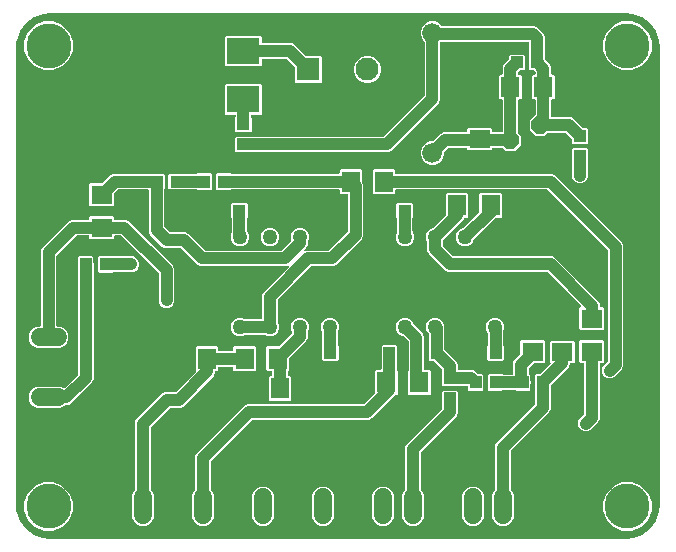
<source format=gbr>
G04 EAGLE Gerber RS-274X export*
G75*
%MOMM*%
%FSLAX34Y34*%
%LPD*%
%INTop Copper*%
%IPPOS*%
%AMOC8*
5,1,8,0,0,1.08239X$1,22.5*%
G01*
%ADD10R,1.600000X1.800000*%
%ADD11R,1.800000X1.600000*%
%ADD12R,1.100000X1.000000*%
%ADD13C,1.676400*%
%ADD14R,2.794000X2.286000*%
%ADD15P,1.623585X8X112.500000*%
%ADD16R,1.950000X1.950000*%
%ADD17C,1.950000*%
%ADD18C,0.959600*%
%ADD19R,1.600000X1.803000*%
%ADD20R,1.000000X1.100000*%
%ADD21R,1.803000X1.600000*%
%ADD22C,3.810000*%
%ADD23C,1.524000*%
%ADD24C,1.270000*%
%ADD25C,1.016000*%
%ADD26C,0.600000*%

G36*
X520022Y2504D02*
X520022Y2504D01*
X520060Y2503D01*
X524242Y2832D01*
X524248Y2834D01*
X524254Y2833D01*
X524418Y2867D01*
X532374Y5452D01*
X532406Y5469D01*
X532441Y5477D01*
X532586Y5560D01*
X539354Y10477D01*
X539379Y10503D01*
X539410Y10522D01*
X539523Y10646D01*
X544440Y17414D01*
X544456Y17446D01*
X544479Y17473D01*
X544548Y17626D01*
X547133Y25582D01*
X547134Y25588D01*
X547136Y25593D01*
X547168Y25758D01*
X547497Y29940D01*
X547495Y29962D01*
X547499Y30000D01*
X547499Y420000D01*
X547496Y420022D01*
X547497Y420060D01*
X547168Y424242D01*
X547166Y424248D01*
X547167Y424254D01*
X547133Y424418D01*
X544548Y432374D01*
X544531Y432406D01*
X544523Y432441D01*
X544440Y432586D01*
X539523Y439354D01*
X539497Y439379D01*
X539478Y439410D01*
X539354Y439523D01*
X532586Y444440D01*
X532554Y444456D01*
X532527Y444479D01*
X532374Y444548D01*
X524418Y447133D01*
X524412Y447134D01*
X524407Y447136D01*
X524242Y447168D01*
X520060Y447497D01*
X520038Y447495D01*
X520000Y447499D01*
X30000Y447499D01*
X29978Y447496D01*
X29940Y447497D01*
X25758Y447168D01*
X25752Y447166D01*
X25746Y447167D01*
X25582Y447133D01*
X17626Y444548D01*
X17594Y444531D01*
X17559Y444523D01*
X17414Y444440D01*
X10646Y439523D01*
X10621Y439497D01*
X10590Y439478D01*
X10477Y439354D01*
X5560Y432586D01*
X5544Y432554D01*
X5521Y432527D01*
X5452Y432374D01*
X2867Y424418D01*
X2866Y424412D01*
X2864Y424407D01*
X2832Y424242D01*
X2503Y420060D01*
X2505Y420038D01*
X2501Y420000D01*
X2501Y30000D01*
X2504Y29978D01*
X2503Y29940D01*
X2832Y25758D01*
X2834Y25752D01*
X2833Y25746D01*
X2867Y25582D01*
X5452Y17626D01*
X5469Y17594D01*
X5477Y17559D01*
X5560Y17414D01*
X10477Y10646D01*
X10503Y10621D01*
X10522Y10590D01*
X10646Y10477D01*
X17414Y5560D01*
X17446Y5544D01*
X17473Y5521D01*
X17626Y5452D01*
X25582Y2867D01*
X25588Y2866D01*
X25593Y2864D01*
X25758Y2832D01*
X29940Y2503D01*
X29962Y2505D01*
X30000Y2501D01*
X520000Y2501D01*
X520022Y2504D01*
G37*
%LPC*%
G36*
X190338Y174049D02*
X190338Y174049D01*
X187453Y175244D01*
X185244Y177453D01*
X184049Y180338D01*
X184049Y183462D01*
X185244Y186347D01*
X187453Y188556D01*
X190338Y189751D01*
X193462Y189751D01*
X196388Y188539D01*
X196452Y188524D01*
X196512Y188499D01*
X196595Y188490D01*
X196627Y188483D01*
X196647Y188484D01*
X196679Y188481D01*
X209958Y188481D01*
X209978Y188484D01*
X209997Y188482D01*
X210099Y188504D01*
X210201Y188520D01*
X210218Y188530D01*
X210238Y188534D01*
X210327Y188587D01*
X210418Y188636D01*
X210432Y188650D01*
X210449Y188660D01*
X210516Y188739D01*
X210588Y188814D01*
X210596Y188832D01*
X210609Y188847D01*
X210648Y188943D01*
X210691Y189037D01*
X210693Y189057D01*
X210701Y189075D01*
X210719Y189242D01*
X210719Y208609D01*
X211721Y211028D01*
X233389Y232696D01*
X233446Y232775D01*
X233508Y232850D01*
X233517Y232874D01*
X233533Y232895D01*
X233561Y232988D01*
X233596Y233079D01*
X233597Y233105D01*
X233605Y233130D01*
X233602Y233228D01*
X233607Y233325D01*
X233599Y233350D01*
X233599Y233376D01*
X233565Y233468D01*
X233538Y233561D01*
X233523Y233583D01*
X233514Y233607D01*
X233453Y233684D01*
X233398Y233763D01*
X233377Y233779D01*
X233360Y233799D01*
X233278Y233852D01*
X233200Y233910D01*
X233176Y233918D01*
X233154Y233932D01*
X233059Y233956D01*
X232967Y233986D01*
X232940Y233986D01*
X232915Y233992D01*
X232818Y233985D01*
X232721Y233984D01*
X232689Y233975D01*
X232670Y233973D01*
X232640Y233960D01*
X232559Y233937D01*
X231309Y233419D01*
X158691Y233419D01*
X156272Y234421D01*
X142097Y248596D01*
X142023Y248649D01*
X141954Y248709D01*
X141924Y248721D01*
X141897Y248740D01*
X141810Y248767D01*
X141726Y248801D01*
X141685Y248805D01*
X141662Y248812D01*
X141630Y248811D01*
X141559Y248819D01*
X128691Y248819D01*
X126272Y249821D01*
X115921Y260172D01*
X114919Y262591D01*
X114919Y297658D01*
X114916Y297678D01*
X114918Y297697D01*
X114896Y297799D01*
X114880Y297901D01*
X114870Y297918D01*
X114866Y297938D01*
X114813Y298027D01*
X114764Y298118D01*
X114750Y298132D01*
X114740Y298149D01*
X114661Y298216D01*
X114586Y298288D01*
X114568Y298296D01*
X114553Y298309D01*
X114457Y298348D01*
X114363Y298391D01*
X114343Y298393D01*
X114325Y298401D01*
X114158Y298419D01*
X89041Y298419D01*
X88951Y298405D01*
X88860Y298397D01*
X88830Y298385D01*
X88798Y298380D01*
X88718Y298337D01*
X88634Y298301D01*
X88602Y298275D01*
X88581Y298264D01*
X88559Y298241D01*
X88503Y298196D01*
X85724Y295417D01*
X85671Y295343D01*
X85611Y295274D01*
X85599Y295244D01*
X85580Y295217D01*
X85553Y295130D01*
X85519Y295046D01*
X85515Y295005D01*
X85508Y294982D01*
X85509Y294950D01*
X85501Y294879D01*
X85501Y285378D01*
X84622Y284499D01*
X65378Y284499D01*
X64499Y285378D01*
X64499Y302622D01*
X65378Y303501D01*
X74879Y303501D01*
X74969Y303515D01*
X75060Y303523D01*
X75090Y303535D01*
X75122Y303540D01*
X75202Y303583D01*
X75286Y303619D01*
X75318Y303645D01*
X75339Y303656D01*
X75361Y303679D01*
X75417Y303724D01*
X82272Y310579D01*
X84691Y311581D01*
X122809Y311581D01*
X122862Y311559D01*
X122926Y311544D01*
X122987Y311519D01*
X123070Y311510D01*
X123102Y311503D01*
X123121Y311504D01*
X123154Y311501D01*
X127622Y311501D01*
X128501Y310622D01*
X128501Y299378D01*
X128304Y299181D01*
X128251Y299107D01*
X128191Y299038D01*
X128179Y299008D01*
X128160Y298982D01*
X128133Y298895D01*
X128099Y298810D01*
X128095Y298769D01*
X128088Y298747D01*
X128089Y298714D01*
X128081Y298643D01*
X128081Y266941D01*
X128095Y266851D01*
X128103Y266760D01*
X128115Y266730D01*
X128120Y266698D01*
X128163Y266618D01*
X128199Y266534D01*
X128225Y266502D01*
X128236Y266481D01*
X128259Y266459D01*
X128304Y266403D01*
X132503Y262204D01*
X132577Y262151D01*
X132646Y262091D01*
X132676Y262079D01*
X132703Y262060D01*
X132790Y262033D01*
X132874Y261999D01*
X132915Y261995D01*
X132938Y261988D01*
X132970Y261989D01*
X133041Y261981D01*
X145909Y261981D01*
X148328Y260979D01*
X162503Y246804D01*
X162577Y246751D01*
X162646Y246691D01*
X162676Y246679D01*
X162703Y246660D01*
X162790Y246633D01*
X162874Y246599D01*
X162915Y246595D01*
X162938Y246588D01*
X162970Y246589D01*
X163041Y246581D01*
X226959Y246581D01*
X227049Y246595D01*
X227140Y246603D01*
X227170Y246615D01*
X227202Y246620D01*
X227282Y246663D01*
X227366Y246699D01*
X227398Y246725D01*
X227419Y246736D01*
X227441Y246759D01*
X227497Y246804D01*
X235187Y254494D01*
X235255Y254588D01*
X235325Y254683D01*
X235327Y254689D01*
X235331Y254694D01*
X235365Y254805D01*
X235402Y254917D01*
X235401Y254923D01*
X235403Y254929D01*
X235400Y255046D01*
X235399Y255163D01*
X235397Y255170D01*
X235397Y255175D01*
X235391Y255192D01*
X235352Y255324D01*
X234849Y256538D01*
X234849Y259662D01*
X236044Y262547D01*
X238253Y264756D01*
X241138Y265951D01*
X244262Y265951D01*
X247147Y264756D01*
X249356Y262547D01*
X250551Y259662D01*
X250551Y256538D01*
X249339Y253612D01*
X249324Y253548D01*
X249299Y253488D01*
X249290Y253405D01*
X249283Y253373D01*
X249284Y253353D01*
X249281Y253321D01*
X249281Y251391D01*
X248279Y248972D01*
X246611Y247304D01*
X246554Y247225D01*
X246492Y247150D01*
X246483Y247126D01*
X246467Y247105D01*
X246439Y247012D01*
X246404Y246921D01*
X246403Y246895D01*
X246395Y246870D01*
X246398Y246772D01*
X246393Y246675D01*
X246401Y246650D01*
X246401Y246624D01*
X246435Y246532D01*
X246462Y246439D01*
X246477Y246417D01*
X246486Y246393D01*
X246547Y246316D01*
X246602Y246237D01*
X246623Y246221D01*
X246640Y246201D01*
X246722Y246148D01*
X246800Y246090D01*
X246824Y246082D01*
X246846Y246068D01*
X246941Y246044D01*
X247033Y246014D01*
X247060Y246014D01*
X247085Y246008D01*
X247182Y246015D01*
X247279Y246016D01*
X247311Y246025D01*
X247330Y246027D01*
X247360Y246040D01*
X247441Y246063D01*
X248691Y246581D01*
X266959Y246581D01*
X267049Y246595D01*
X267140Y246603D01*
X267170Y246615D01*
X267202Y246620D01*
X267282Y246663D01*
X267366Y246699D01*
X267398Y246725D01*
X267419Y246736D01*
X267441Y246759D01*
X267497Y246804D01*
X283196Y262503D01*
X283249Y262577D01*
X283309Y262646D01*
X283321Y262676D01*
X283340Y262703D01*
X283367Y262790D01*
X283401Y262874D01*
X283405Y262915D01*
X283412Y262938D01*
X283411Y262970D01*
X283419Y263041D01*
X283419Y293738D01*
X283416Y293758D01*
X283418Y293777D01*
X283396Y293879D01*
X283380Y293981D01*
X283370Y293998D01*
X283366Y294018D01*
X283313Y294107D01*
X283264Y294198D01*
X283250Y294212D01*
X283240Y294229D01*
X283161Y294296D01*
X283086Y294368D01*
X283068Y294376D01*
X283053Y294389D01*
X282957Y294428D01*
X282863Y294471D01*
X282843Y294473D01*
X282825Y294481D01*
X282658Y294499D01*
X277378Y294499D01*
X276499Y295378D01*
X276499Y297658D01*
X276496Y297678D01*
X276498Y297697D01*
X276476Y297799D01*
X276460Y297901D01*
X276450Y297918D01*
X276446Y297938D01*
X276393Y298027D01*
X276344Y298118D01*
X276330Y298132D01*
X276320Y298149D01*
X276241Y298216D01*
X276166Y298288D01*
X276148Y298296D01*
X276133Y298309D01*
X276037Y298348D01*
X275943Y298391D01*
X275923Y298393D01*
X275905Y298401D01*
X275738Y298419D01*
X184857Y298419D01*
X184767Y298405D01*
X184676Y298397D01*
X184646Y298385D01*
X184614Y298380D01*
X184534Y298337D01*
X184450Y298301D01*
X184418Y298275D01*
X184397Y298264D01*
X184375Y298241D01*
X184319Y298196D01*
X184122Y297999D01*
X172878Y297999D01*
X171999Y298878D01*
X171999Y303346D01*
X171989Y303411D01*
X171988Y303477D01*
X171965Y303557D01*
X171960Y303589D01*
X171950Y303606D01*
X171941Y303638D01*
X171919Y303691D01*
X171919Y306309D01*
X171941Y306362D01*
X171956Y306426D01*
X171981Y306487D01*
X171990Y306570D01*
X171997Y306602D01*
X171996Y306621D01*
X171999Y306654D01*
X171999Y311122D01*
X172878Y312001D01*
X184122Y312001D01*
X184319Y311804D01*
X184393Y311751D01*
X184462Y311691D01*
X184492Y311679D01*
X184518Y311660D01*
X184605Y311633D01*
X184690Y311599D01*
X184731Y311595D01*
X184753Y311588D01*
X184786Y311589D01*
X184857Y311581D01*
X275738Y311581D01*
X275758Y311584D01*
X275777Y311582D01*
X275879Y311604D01*
X275981Y311620D01*
X275998Y311630D01*
X276018Y311634D01*
X276107Y311687D01*
X276198Y311736D01*
X276212Y311750D01*
X276229Y311760D01*
X276296Y311839D01*
X276368Y311914D01*
X276376Y311932D01*
X276389Y311947D01*
X276428Y312043D01*
X276471Y312137D01*
X276473Y312157D01*
X276481Y312175D01*
X276499Y312342D01*
X276499Y314622D01*
X277378Y315501D01*
X294622Y315501D01*
X295501Y314622D01*
X295501Y305068D01*
X295511Y305003D01*
X295512Y304938D01*
X295535Y304858D01*
X295540Y304825D01*
X295550Y304808D01*
X295559Y304776D01*
X296581Y302309D01*
X296581Y258691D01*
X295579Y256272D01*
X273728Y234421D01*
X271309Y233419D01*
X253041Y233419D01*
X252951Y233405D01*
X252860Y233397D01*
X252830Y233385D01*
X252798Y233380D01*
X252718Y233337D01*
X252634Y233301D01*
X252602Y233275D01*
X252581Y233264D01*
X252559Y233241D01*
X252503Y233196D01*
X224104Y204797D01*
X224051Y204723D01*
X223991Y204654D01*
X223979Y204624D01*
X223960Y204597D01*
X223933Y204510D01*
X223899Y204426D01*
X223895Y204385D01*
X223888Y204362D01*
X223889Y204330D01*
X223881Y204259D01*
X223881Y186679D01*
X223891Y186614D01*
X223892Y186549D01*
X223915Y186469D01*
X223920Y186436D01*
X223930Y186419D01*
X223939Y186388D01*
X225151Y183462D01*
X225151Y180338D01*
X223956Y177453D01*
X221747Y175244D01*
X218862Y174049D01*
X215738Y174049D01*
X212812Y175261D01*
X212748Y175276D01*
X212688Y175301D01*
X212605Y175310D01*
X212573Y175317D01*
X212553Y175316D01*
X212521Y175319D01*
X196679Y175319D01*
X196614Y175309D01*
X196549Y175308D01*
X196469Y175285D01*
X196436Y175280D01*
X196419Y175270D01*
X196388Y175261D01*
X193462Y174049D01*
X190338Y174049D01*
G37*
%LPD*%
%LPC*%
G36*
X193691Y329919D02*
X193691Y329919D01*
X193638Y329941D01*
X193574Y329956D01*
X193513Y329981D01*
X193430Y329990D01*
X193398Y329997D01*
X193379Y329996D01*
X193346Y329999D01*
X188878Y329999D01*
X187999Y330878D01*
X187999Y342122D01*
X188878Y343001D01*
X193346Y343001D01*
X193411Y343011D01*
X193477Y343012D01*
X193557Y343035D01*
X193589Y343040D01*
X193606Y343050D01*
X193638Y343059D01*
X193691Y343081D01*
X313459Y343081D01*
X313549Y343095D01*
X313640Y343103D01*
X313670Y343115D01*
X313702Y343120D01*
X313782Y343163D01*
X313866Y343199D01*
X313898Y343225D01*
X313919Y343236D01*
X313941Y343259D01*
X313997Y343304D01*
X348196Y377503D01*
X348249Y377577D01*
X348309Y377646D01*
X348321Y377676D01*
X348340Y377703D01*
X348367Y377790D01*
X348401Y377874D01*
X348405Y377915D01*
X348412Y377938D01*
X348411Y377970D01*
X348419Y378041D01*
X348419Y423089D01*
X348405Y423179D01*
X348397Y423270D01*
X348385Y423300D01*
X348380Y423332D01*
X348337Y423413D01*
X348301Y423496D01*
X348275Y423529D01*
X348264Y423549D01*
X348241Y423571D01*
X348196Y423627D01*
X346622Y425202D01*
X345117Y428834D01*
X345117Y432766D01*
X346622Y436398D01*
X349402Y439178D01*
X353034Y440683D01*
X356966Y440683D01*
X360598Y439178D01*
X362973Y436804D01*
X363047Y436751D01*
X363116Y436691D01*
X363146Y436679D01*
X363172Y436660D01*
X363259Y436633D01*
X363344Y436599D01*
X363385Y436595D01*
X363407Y436588D01*
X363440Y436589D01*
X363511Y436581D01*
X441309Y436581D01*
X443728Y435579D01*
X449079Y430228D01*
X450081Y427809D01*
X450081Y412357D01*
X450095Y412267D01*
X450103Y412176D01*
X450115Y412146D01*
X450120Y412114D01*
X450163Y412034D01*
X450199Y411950D01*
X450225Y411917D01*
X450236Y411897D01*
X450259Y411875D01*
X450304Y411819D01*
X450501Y411622D01*
X450501Y408621D01*
X450515Y408531D01*
X450523Y408440D01*
X450535Y408410D01*
X450540Y408378D01*
X450583Y408298D01*
X450619Y408214D01*
X450645Y408182D01*
X450656Y408161D01*
X450679Y408139D01*
X450724Y408083D01*
X454579Y404228D01*
X455581Y401809D01*
X455581Y396262D01*
X455584Y396242D01*
X455582Y396223D01*
X455604Y396121D01*
X455620Y396019D01*
X455630Y396002D01*
X455634Y395982D01*
X455687Y395893D01*
X455736Y395802D01*
X455750Y395788D01*
X455760Y395771D01*
X455839Y395704D01*
X455914Y395632D01*
X455932Y395624D01*
X455947Y395611D01*
X456043Y395572D01*
X456137Y395529D01*
X456157Y395527D01*
X456175Y395519D01*
X456342Y395501D01*
X457622Y395501D01*
X458501Y394622D01*
X458501Y375378D01*
X457622Y374499D01*
X456342Y374499D01*
X456322Y374496D01*
X456303Y374498D01*
X456201Y374476D01*
X456099Y374460D01*
X456082Y374450D01*
X456062Y374446D01*
X455973Y374393D01*
X455882Y374344D01*
X455868Y374330D01*
X455851Y374320D01*
X455784Y374241D01*
X455712Y374166D01*
X455704Y374148D01*
X455691Y374133D01*
X455652Y374037D01*
X455609Y373943D01*
X455607Y373923D01*
X455599Y373905D01*
X455581Y373738D01*
X455581Y360042D01*
X455584Y360022D01*
X455582Y360003D01*
X455604Y359901D01*
X455620Y359799D01*
X455630Y359782D01*
X455634Y359762D01*
X455687Y359673D01*
X455736Y359582D01*
X455750Y359568D01*
X455760Y359551D01*
X455839Y359484D01*
X455914Y359412D01*
X455932Y359404D01*
X455947Y359391D01*
X456043Y359352D01*
X456137Y359309D01*
X456157Y359307D01*
X456175Y359299D01*
X456342Y359281D01*
X472109Y359281D01*
X474528Y358279D01*
X482583Y350224D01*
X482657Y350171D01*
X482726Y350111D01*
X482756Y350099D01*
X482783Y350080D01*
X482870Y350053D01*
X482954Y350019D01*
X482995Y350015D01*
X483018Y350008D01*
X483050Y350009D01*
X483121Y350001D01*
X486122Y350001D01*
X487001Y349122D01*
X487001Y337878D01*
X486122Y336999D01*
X481654Y336999D01*
X481589Y336989D01*
X481523Y336988D01*
X481443Y336965D01*
X481411Y336960D01*
X481394Y336950D01*
X481362Y336941D01*
X481309Y336919D01*
X478691Y336919D01*
X478638Y336941D01*
X478574Y336956D01*
X478513Y336981D01*
X478430Y336990D01*
X478398Y336997D01*
X478379Y336996D01*
X478346Y336999D01*
X473878Y336999D01*
X472999Y337878D01*
X472999Y340879D01*
X472985Y340969D01*
X472977Y341060D01*
X472965Y341090D01*
X472960Y341122D01*
X472917Y341202D01*
X472881Y341286D01*
X472855Y341318D01*
X472844Y341339D01*
X472821Y341361D01*
X472776Y341417D01*
X468297Y345896D01*
X468223Y345949D01*
X468154Y346009D01*
X468124Y346021D01*
X468097Y346040D01*
X468010Y346067D01*
X467926Y346101D01*
X467885Y346105D01*
X467862Y346112D01*
X467830Y346111D01*
X467759Y346119D01*
X452814Y346119D01*
X452723Y346105D01*
X452633Y346097D01*
X452603Y346085D01*
X452571Y346080D01*
X452490Y346037D01*
X452406Y346001D01*
X452374Y345975D01*
X452353Y345964D01*
X452331Y345941D01*
X452275Y345896D01*
X450078Y343699D01*
X442622Y343699D01*
X437349Y348972D01*
X437349Y356428D01*
X442196Y361275D01*
X442239Y361334D01*
X442285Y361383D01*
X442293Y361400D01*
X442309Y361419D01*
X442321Y361449D01*
X442340Y361475D01*
X442364Y361553D01*
X442388Y361606D01*
X442390Y361620D01*
X442401Y361647D01*
X442405Y361688D01*
X442412Y361710D01*
X442411Y361742D01*
X442419Y361814D01*
X442419Y373738D01*
X442416Y373758D01*
X442418Y373777D01*
X442396Y373879D01*
X442380Y373981D01*
X442370Y373998D01*
X442366Y374018D01*
X442313Y374107D01*
X442264Y374198D01*
X442250Y374212D01*
X442240Y374229D01*
X442161Y374296D01*
X442086Y374368D01*
X442068Y374376D01*
X442053Y374389D01*
X441957Y374428D01*
X441863Y374471D01*
X441843Y374473D01*
X441825Y374481D01*
X441658Y374499D01*
X440378Y374499D01*
X439499Y375378D01*
X439499Y394622D01*
X440378Y395501D01*
X441658Y395501D01*
X441678Y395504D01*
X441697Y395502D01*
X441799Y395524D01*
X441901Y395540D01*
X441918Y395550D01*
X441938Y395554D01*
X442027Y395607D01*
X442118Y395656D01*
X442132Y395670D01*
X442149Y395680D01*
X442216Y395759D01*
X442288Y395834D01*
X442296Y395852D01*
X442309Y395867D01*
X442348Y395963D01*
X442391Y396057D01*
X442393Y396077D01*
X442401Y396095D01*
X442419Y396262D01*
X442419Y397459D01*
X442405Y397549D01*
X442397Y397640D01*
X442385Y397670D01*
X442380Y397702D01*
X442337Y397782D01*
X442301Y397866D01*
X442275Y397898D01*
X442264Y397919D01*
X442241Y397941D01*
X442196Y397997D01*
X440917Y399276D01*
X440843Y399329D01*
X440774Y399389D01*
X440744Y399401D01*
X440717Y399420D01*
X440630Y399447D01*
X440546Y399481D01*
X440505Y399485D01*
X440482Y399492D01*
X440450Y399491D01*
X440379Y399499D01*
X437378Y399499D01*
X436499Y400378D01*
X436499Y411622D01*
X436696Y411819D01*
X436749Y411893D01*
X436809Y411962D01*
X436821Y411992D01*
X436840Y412018D01*
X436867Y412105D01*
X436901Y412190D01*
X436905Y412231D01*
X436912Y412253D01*
X436911Y412286D01*
X436919Y412357D01*
X436919Y422658D01*
X436916Y422678D01*
X436918Y422697D01*
X436896Y422799D01*
X436880Y422901D01*
X436870Y422918D01*
X436866Y422938D01*
X436813Y423027D01*
X436764Y423118D01*
X436750Y423132D01*
X436740Y423149D01*
X436661Y423216D01*
X436586Y423288D01*
X436568Y423296D01*
X436553Y423309D01*
X436457Y423348D01*
X436363Y423391D01*
X436343Y423393D01*
X436325Y423401D01*
X436158Y423419D01*
X362342Y423419D01*
X362322Y423416D01*
X362303Y423418D01*
X362201Y423396D01*
X362099Y423380D01*
X362082Y423370D01*
X362062Y423366D01*
X361973Y423313D01*
X361882Y423264D01*
X361868Y423250D01*
X361851Y423240D01*
X361784Y423161D01*
X361712Y423086D01*
X361704Y423068D01*
X361691Y423053D01*
X361652Y422957D01*
X361609Y422863D01*
X361607Y422843D01*
X361599Y422825D01*
X361581Y422658D01*
X361581Y373691D01*
X360579Y371272D01*
X320228Y330921D01*
X317809Y329919D01*
X193691Y329919D01*
G37*
%LPD*%
%LPC*%
G36*
X503691Y138419D02*
X503691Y138419D01*
X501272Y139421D01*
X499421Y141272D01*
X498419Y143691D01*
X498419Y146309D01*
X499421Y148728D01*
X503196Y152503D01*
X503249Y152577D01*
X503309Y152646D01*
X503321Y152676D01*
X503340Y152703D01*
X503367Y152790D01*
X503401Y152874D01*
X503405Y152915D01*
X503412Y152938D01*
X503411Y152970D01*
X503419Y153041D01*
X503419Y246959D01*
X503405Y247049D01*
X503397Y247140D01*
X503385Y247170D01*
X503380Y247202D01*
X503337Y247282D01*
X503301Y247366D01*
X503275Y247398D01*
X503264Y247419D01*
X503241Y247441D01*
X503196Y247497D01*
X452497Y298196D01*
X452423Y298249D01*
X452354Y298309D01*
X452324Y298321D01*
X452297Y298340D01*
X452210Y298367D01*
X452126Y298401D01*
X452085Y298405D01*
X452062Y298412D01*
X452030Y298411D01*
X451959Y298419D01*
X324262Y298419D01*
X324242Y298416D01*
X324223Y298418D01*
X324121Y298396D01*
X324019Y298380D01*
X324002Y298370D01*
X323982Y298366D01*
X323893Y298313D01*
X323802Y298264D01*
X323788Y298250D01*
X323771Y298240D01*
X323704Y298161D01*
X323632Y298086D01*
X323624Y298068D01*
X323611Y298053D01*
X323572Y297957D01*
X323529Y297863D01*
X323527Y297843D01*
X323519Y297825D01*
X323501Y297658D01*
X323501Y295378D01*
X322622Y294499D01*
X305378Y294499D01*
X304499Y295378D01*
X304499Y314622D01*
X305378Y315501D01*
X322622Y315501D01*
X323501Y314622D01*
X323501Y312342D01*
X323504Y312322D01*
X323502Y312303D01*
X323524Y312201D01*
X323540Y312099D01*
X323550Y312082D01*
X323554Y312062D01*
X323607Y311973D01*
X323656Y311882D01*
X323670Y311868D01*
X323680Y311851D01*
X323759Y311784D01*
X323834Y311712D01*
X323852Y311704D01*
X323867Y311691D01*
X323963Y311652D01*
X324057Y311609D01*
X324077Y311607D01*
X324095Y311599D01*
X324262Y311581D01*
X456309Y311581D01*
X458728Y310579D01*
X515579Y253728D01*
X516581Y251309D01*
X516581Y148691D01*
X515579Y146272D01*
X508728Y139421D01*
X506309Y138419D01*
X503691Y138419D01*
G37*
%LPD*%
%LPC*%
G36*
X158886Y13259D02*
X158886Y13259D01*
X155533Y14648D01*
X152968Y17213D01*
X151579Y20566D01*
X151579Y39434D01*
X152968Y42787D01*
X153896Y43715D01*
X153949Y43789D01*
X154009Y43858D01*
X154021Y43888D01*
X154040Y43915D01*
X154067Y44002D01*
X154101Y44087D01*
X154105Y44127D01*
X154112Y44150D01*
X154111Y44182D01*
X154119Y44253D01*
X154119Y72009D01*
X155121Y74428D01*
X196272Y115579D01*
X198691Y116581D01*
X296959Y116581D01*
X297049Y116595D01*
X297140Y116603D01*
X297170Y116615D01*
X297202Y116620D01*
X297282Y116663D01*
X297366Y116699D01*
X297398Y116725D01*
X297419Y116736D01*
X297441Y116759D01*
X297497Y116804D01*
X306276Y125583D01*
X306329Y125657D01*
X306389Y125726D01*
X306401Y125756D01*
X306420Y125783D01*
X306447Y125870D01*
X306481Y125954D01*
X306485Y125995D01*
X306492Y126018D01*
X306491Y126050D01*
X306499Y126121D01*
X306499Y144622D01*
X307378Y145501D01*
X311158Y145501D01*
X311178Y145504D01*
X311197Y145502D01*
X311299Y145524D01*
X311401Y145540D01*
X311418Y145550D01*
X311438Y145554D01*
X311527Y145607D01*
X311618Y145656D01*
X311632Y145670D01*
X311649Y145680D01*
X311716Y145759D01*
X311788Y145834D01*
X311796Y145852D01*
X311809Y145867D01*
X311848Y145963D01*
X311891Y146057D01*
X311893Y146077D01*
X311901Y146095D01*
X311919Y146262D01*
X311919Y161309D01*
X311941Y161362D01*
X311949Y161396D01*
X311950Y161397D01*
X311950Y161400D01*
X311956Y161426D01*
X311981Y161487D01*
X311990Y161570D01*
X311997Y161602D01*
X311996Y161621D01*
X311999Y161654D01*
X311999Y166122D01*
X312878Y167001D01*
X324122Y167001D01*
X325001Y166122D01*
X325001Y161654D01*
X325011Y161589D01*
X325012Y161523D01*
X325035Y161443D01*
X325040Y161411D01*
X325050Y161394D01*
X325059Y161362D01*
X325081Y161309D01*
X325081Y145357D01*
X325095Y145267D01*
X325103Y145176D01*
X325115Y145146D01*
X325120Y145114D01*
X325163Y145034D01*
X325199Y144950D01*
X325225Y144918D01*
X325236Y144897D01*
X325259Y144875D01*
X325304Y144819D01*
X325501Y144622D01*
X325501Y125378D01*
X324622Y124499D01*
X324121Y124499D01*
X324031Y124485D01*
X323940Y124477D01*
X323910Y124465D01*
X323878Y124460D01*
X323798Y124417D01*
X323714Y124381D01*
X323682Y124355D01*
X323661Y124344D01*
X323639Y124321D01*
X323583Y124276D01*
X303728Y104421D01*
X301309Y103419D01*
X203041Y103419D01*
X202951Y103405D01*
X202860Y103397D01*
X202830Y103385D01*
X202798Y103380D01*
X202718Y103337D01*
X202634Y103301D01*
X202602Y103275D01*
X202581Y103264D01*
X202559Y103241D01*
X202503Y103196D01*
X167504Y68197D01*
X167451Y68123D01*
X167391Y68054D01*
X167379Y68024D01*
X167360Y67997D01*
X167333Y67910D01*
X167299Y67826D01*
X167295Y67785D01*
X167288Y67762D01*
X167289Y67730D01*
X167281Y67659D01*
X167281Y44253D01*
X167295Y44163D01*
X167303Y44072D01*
X167315Y44042D01*
X167320Y44010D01*
X167363Y43930D01*
X167399Y43846D01*
X167425Y43814D01*
X167436Y43793D01*
X167459Y43771D01*
X167504Y43715D01*
X168432Y42787D01*
X169821Y39434D01*
X169821Y20566D01*
X168432Y17213D01*
X165867Y14648D01*
X162514Y13259D01*
X158886Y13259D01*
G37*
%LPD*%
%LPC*%
G36*
X20566Y163979D02*
X20566Y163979D01*
X17213Y165368D01*
X14648Y167933D01*
X13259Y171286D01*
X13259Y174914D01*
X14648Y178267D01*
X17213Y180832D01*
X20566Y182221D01*
X22658Y182221D01*
X22678Y182224D01*
X22697Y182222D01*
X22799Y182244D01*
X22901Y182260D01*
X22918Y182270D01*
X22938Y182274D01*
X23027Y182327D01*
X23118Y182376D01*
X23132Y182390D01*
X23149Y182400D01*
X23216Y182479D01*
X23288Y182554D01*
X23296Y182572D01*
X23309Y182587D01*
X23348Y182683D01*
X23391Y182777D01*
X23393Y182797D01*
X23401Y182815D01*
X23419Y182982D01*
X23419Y246309D01*
X24421Y248728D01*
X26379Y250686D01*
X45314Y269621D01*
X47272Y271579D01*
X49691Y272581D01*
X63738Y272581D01*
X63758Y272584D01*
X63777Y272582D01*
X63879Y272604D01*
X63981Y272620D01*
X63998Y272630D01*
X64018Y272634D01*
X64107Y272687D01*
X64198Y272736D01*
X64212Y272750D01*
X64229Y272760D01*
X64296Y272839D01*
X64368Y272914D01*
X64376Y272932D01*
X64389Y272947D01*
X64428Y273043D01*
X64471Y273137D01*
X64473Y273157D01*
X64481Y273175D01*
X64499Y273342D01*
X64499Y274622D01*
X65378Y275501D01*
X84622Y275501D01*
X85501Y274622D01*
X85501Y273342D01*
X85504Y273322D01*
X85502Y273303D01*
X85524Y273201D01*
X85540Y273099D01*
X85550Y273082D01*
X85554Y273062D01*
X85607Y272973D01*
X85656Y272882D01*
X85670Y272868D01*
X85680Y272851D01*
X85759Y272784D01*
X85834Y272712D01*
X85852Y272704D01*
X85867Y272691D01*
X85963Y272652D01*
X86057Y272609D01*
X86077Y272607D01*
X86095Y272599D01*
X86262Y272581D01*
X95309Y272581D01*
X97728Y271579D01*
X99686Y269621D01*
X133621Y235686D01*
X135579Y233728D01*
X136581Y231309D01*
X136581Y203291D01*
X135579Y200872D01*
X133728Y199021D01*
X131309Y198019D01*
X128691Y198019D01*
X126272Y199021D01*
X124421Y200872D01*
X123419Y203291D01*
X123419Y226959D01*
X123405Y227049D01*
X123397Y227140D01*
X123385Y227170D01*
X123380Y227202D01*
X123337Y227282D01*
X123301Y227366D01*
X123275Y227398D01*
X123264Y227419D01*
X123241Y227441D01*
X123196Y227497D01*
X91497Y259196D01*
X91423Y259249D01*
X91354Y259309D01*
X91324Y259321D01*
X91297Y259340D01*
X91210Y259367D01*
X91126Y259401D01*
X91085Y259405D01*
X91062Y259412D01*
X91030Y259411D01*
X90959Y259419D01*
X86262Y259419D01*
X86242Y259416D01*
X86223Y259418D01*
X86121Y259396D01*
X86019Y259380D01*
X86002Y259370D01*
X85982Y259366D01*
X85893Y259313D01*
X85802Y259264D01*
X85788Y259250D01*
X85771Y259240D01*
X85704Y259161D01*
X85632Y259086D01*
X85624Y259068D01*
X85611Y259053D01*
X85572Y258957D01*
X85529Y258863D01*
X85527Y258843D01*
X85519Y258825D01*
X85501Y258658D01*
X85501Y257378D01*
X84622Y256499D01*
X65378Y256499D01*
X64499Y257378D01*
X64499Y258658D01*
X64496Y258678D01*
X64498Y258697D01*
X64476Y258799D01*
X64460Y258901D01*
X64450Y258918D01*
X64446Y258938D01*
X64393Y259027D01*
X64344Y259118D01*
X64330Y259132D01*
X64320Y259149D01*
X64241Y259216D01*
X64166Y259288D01*
X64148Y259296D01*
X64133Y259309D01*
X64037Y259348D01*
X63943Y259391D01*
X63923Y259393D01*
X63905Y259401D01*
X63738Y259419D01*
X54041Y259419D01*
X53951Y259405D01*
X53860Y259397D01*
X53830Y259385D01*
X53798Y259380D01*
X53718Y259337D01*
X53634Y259301D01*
X53602Y259275D01*
X53581Y259264D01*
X53559Y259241D01*
X53503Y259196D01*
X36804Y242497D01*
X36751Y242423D01*
X36691Y242354D01*
X36679Y242324D01*
X36660Y242297D01*
X36633Y242210D01*
X36599Y242126D01*
X36595Y242085D01*
X36588Y242062D01*
X36589Y242030D01*
X36581Y241959D01*
X36581Y182982D01*
X36584Y182962D01*
X36582Y182943D01*
X36604Y182841D01*
X36620Y182739D01*
X36630Y182722D01*
X36634Y182702D01*
X36687Y182613D01*
X36736Y182522D01*
X36750Y182508D01*
X36760Y182491D01*
X36839Y182424D01*
X36914Y182352D01*
X36932Y182344D01*
X36947Y182331D01*
X37043Y182292D01*
X37137Y182249D01*
X37157Y182247D01*
X37175Y182239D01*
X37342Y182221D01*
X39434Y182221D01*
X42787Y180832D01*
X45352Y178267D01*
X46741Y174914D01*
X46741Y171286D01*
X45352Y167933D01*
X42787Y165368D01*
X39434Y163979D01*
X20566Y163979D01*
G37*
%LPD*%
%LPC*%
G36*
X480378Y179499D02*
X480378Y179499D01*
X479499Y180378D01*
X479499Y197622D01*
X480383Y198505D01*
X480426Y198512D01*
X480497Y198514D01*
X480546Y198532D01*
X480598Y198540D01*
X480661Y198574D01*
X480728Y198599D01*
X480769Y198631D01*
X480815Y198656D01*
X480864Y198708D01*
X480920Y198752D01*
X480949Y198796D01*
X480984Y198834D01*
X481015Y198899D01*
X481053Y198959D01*
X481066Y199010D01*
X481088Y199057D01*
X481096Y199128D01*
X481113Y199198D01*
X481109Y199250D01*
X481115Y199301D01*
X481100Y199372D01*
X481094Y199443D01*
X481074Y199491D01*
X481063Y199542D01*
X481026Y199603D01*
X480998Y199669D01*
X480953Y199725D01*
X480937Y199753D01*
X480919Y199768D01*
X480893Y199800D01*
X452497Y228196D01*
X452423Y228249D01*
X452354Y228309D01*
X452324Y228321D01*
X452297Y228340D01*
X452210Y228367D01*
X452126Y228401D01*
X452085Y228405D01*
X452062Y228412D01*
X452030Y228411D01*
X451959Y228419D01*
X368691Y228419D01*
X366272Y229421D01*
X351721Y243972D01*
X350719Y246391D01*
X350719Y253321D01*
X350709Y253386D01*
X350708Y253451D01*
X350685Y253531D01*
X350680Y253564D01*
X350670Y253581D01*
X350661Y253612D01*
X349449Y256538D01*
X349449Y259662D01*
X350644Y262547D01*
X352853Y264756D01*
X355779Y265968D01*
X355835Y266002D01*
X355895Y266028D01*
X355960Y266080D01*
X355988Y266097D01*
X356001Y266112D01*
X356026Y266133D01*
X366056Y276163D01*
X366109Y276237D01*
X366169Y276306D01*
X366181Y276336D01*
X366200Y276363D01*
X366227Y276450D01*
X366261Y276534D01*
X366265Y276575D01*
X366272Y276598D01*
X366271Y276630D01*
X366279Y276701D01*
X366279Y294637D01*
X367158Y295516D01*
X384402Y295516D01*
X385281Y294637D01*
X385281Y275363D01*
X384402Y274484D01*
X382544Y274484D01*
X382429Y274465D01*
X382313Y274448D01*
X382307Y274446D01*
X382301Y274445D01*
X382198Y274390D01*
X382093Y274337D01*
X382089Y274332D01*
X382083Y274329D01*
X382004Y274245D01*
X381921Y274161D01*
X381917Y274155D01*
X381914Y274151D01*
X381906Y274134D01*
X381840Y274014D01*
X381359Y272852D01*
X365333Y256826D01*
X365294Y256773D01*
X365248Y256726D01*
X365208Y256653D01*
X365189Y256626D01*
X365183Y256608D01*
X365168Y256579D01*
X363939Y253612D01*
X363924Y253548D01*
X363899Y253488D01*
X363890Y253405D01*
X363883Y253373D01*
X363884Y253353D01*
X363881Y253321D01*
X363881Y250741D01*
X363895Y250651D01*
X363903Y250560D01*
X363915Y250530D01*
X363920Y250498D01*
X363963Y250418D01*
X363999Y250334D01*
X364025Y250302D01*
X364036Y250281D01*
X364059Y250259D01*
X364104Y250203D01*
X372503Y241804D01*
X372577Y241751D01*
X372646Y241691D01*
X372676Y241679D01*
X372703Y241660D01*
X372790Y241633D01*
X372874Y241599D01*
X372915Y241595D01*
X372938Y241588D01*
X372970Y241589D01*
X373041Y241581D01*
X456309Y241581D01*
X458728Y240579D01*
X460686Y238621D01*
X495579Y203728D01*
X496581Y201309D01*
X496581Y199262D01*
X496584Y199242D01*
X496582Y199223D01*
X496604Y199121D01*
X496620Y199019D01*
X496630Y199002D01*
X496634Y198982D01*
X496687Y198893D01*
X496736Y198802D01*
X496750Y198788D01*
X496760Y198771D01*
X496839Y198704D01*
X496914Y198632D01*
X496932Y198624D01*
X496947Y198611D01*
X497043Y198572D01*
X497137Y198529D01*
X497157Y198527D01*
X497175Y198519D01*
X497342Y198501D01*
X499622Y198501D01*
X500501Y197622D01*
X500501Y180378D01*
X499622Y179499D01*
X480378Y179499D01*
G37*
%LPD*%
%LPC*%
G36*
X108086Y13259D02*
X108086Y13259D01*
X104733Y14648D01*
X102168Y17213D01*
X100779Y20566D01*
X100779Y39434D01*
X102168Y42787D01*
X103096Y43715D01*
X103149Y43789D01*
X103209Y43858D01*
X103221Y43889D01*
X103240Y43915D01*
X103267Y44002D01*
X103301Y44087D01*
X103305Y44127D01*
X103312Y44150D01*
X103311Y44182D01*
X103319Y44253D01*
X103319Y101209D01*
X104321Y103628D01*
X126272Y125579D01*
X128691Y126581D01*
X136959Y126581D01*
X137049Y126595D01*
X137140Y126603D01*
X137170Y126615D01*
X137202Y126620D01*
X137282Y126663D01*
X137366Y126699D01*
X137398Y126725D01*
X137419Y126736D01*
X137422Y126739D01*
X137423Y126739D01*
X137442Y126760D01*
X137497Y126804D01*
X154850Y144156D01*
X154861Y144172D01*
X154877Y144185D01*
X154933Y144272D01*
X154993Y144356D01*
X154999Y144375D01*
X155010Y144392D01*
X155035Y144492D01*
X155066Y144591D01*
X155065Y144611D01*
X155070Y144630D01*
X155062Y144733D01*
X155059Y144837D01*
X155052Y144856D01*
X155051Y144876D01*
X155010Y144971D01*
X154975Y145068D01*
X154962Y145084D01*
X154955Y145102D01*
X154850Y145233D01*
X154719Y145363D01*
X154719Y164637D01*
X155598Y165516D01*
X172842Y165516D01*
X173721Y164637D01*
X173721Y162342D01*
X173723Y162331D01*
X173722Y162324D01*
X173723Y162317D01*
X173722Y162303D01*
X173744Y162201D01*
X173760Y162099D01*
X173770Y162082D01*
X173774Y162062D01*
X173827Y161973D01*
X173876Y161882D01*
X173890Y161868D01*
X173900Y161851D01*
X173979Y161784D01*
X174054Y161712D01*
X174072Y161704D01*
X174087Y161691D01*
X174183Y161652D01*
X174277Y161609D01*
X174297Y161607D01*
X174315Y161599D01*
X174482Y161581D01*
X185738Y161581D01*
X185758Y161584D01*
X185777Y161582D01*
X185879Y161604D01*
X185981Y161620D01*
X185998Y161630D01*
X186018Y161634D01*
X186107Y161687D01*
X186198Y161736D01*
X186212Y161750D01*
X186229Y161760D01*
X186296Y161839D01*
X186368Y161914D01*
X186376Y161932D01*
X186389Y161947D01*
X186428Y162043D01*
X186471Y162137D01*
X186473Y162157D01*
X186481Y162175D01*
X186499Y162342D01*
X186499Y164622D01*
X187378Y165501D01*
X204622Y165501D01*
X205501Y164622D01*
X205501Y145378D01*
X204622Y144499D01*
X187378Y144499D01*
X186499Y145378D01*
X186499Y147658D01*
X186496Y147678D01*
X186498Y147697D01*
X186476Y147799D01*
X186460Y147901D01*
X186450Y147918D01*
X186446Y147938D01*
X186393Y148027D01*
X186344Y148118D01*
X186330Y148132D01*
X186320Y148149D01*
X186241Y148216D01*
X186166Y148288D01*
X186148Y148296D01*
X186133Y148309D01*
X186037Y148348D01*
X185943Y148391D01*
X185923Y148393D01*
X185905Y148401D01*
X185738Y148419D01*
X174482Y148419D01*
X174462Y148416D01*
X174443Y148418D01*
X174341Y148396D01*
X174239Y148380D01*
X174222Y148370D01*
X174202Y148366D01*
X174113Y148313D01*
X174022Y148264D01*
X174008Y148250D01*
X173991Y148240D01*
X173924Y148161D01*
X173852Y148086D01*
X173844Y148068D01*
X173831Y148053D01*
X173792Y147957D01*
X173749Y147863D01*
X173747Y147843D01*
X173739Y147825D01*
X173721Y147658D01*
X173721Y145363D01*
X172842Y144484D01*
X171562Y144484D01*
X171542Y144481D01*
X171523Y144483D01*
X171421Y144461D01*
X171319Y144445D01*
X171302Y144435D01*
X171282Y144431D01*
X171193Y144378D01*
X171102Y144329D01*
X171088Y144315D01*
X171071Y144305D01*
X171004Y144226D01*
X170932Y144151D01*
X170924Y144133D01*
X170911Y144118D01*
X170872Y144022D01*
X170829Y143928D01*
X170827Y143908D01*
X170819Y143890D01*
X170801Y143723D01*
X170801Y142911D01*
X169799Y140492D01*
X143728Y114421D01*
X141309Y113419D01*
X133041Y113419D01*
X132951Y113405D01*
X132860Y113397D01*
X132830Y113385D01*
X132798Y113380D01*
X132718Y113337D01*
X132634Y113301D01*
X132602Y113275D01*
X132581Y113264D01*
X132559Y113241D01*
X132503Y113196D01*
X116704Y97397D01*
X116656Y97331D01*
X116649Y97324D01*
X116647Y97319D01*
X116591Y97254D01*
X116579Y97224D01*
X116560Y97197D01*
X116533Y97110D01*
X116499Y97026D01*
X116495Y96985D01*
X116488Y96962D01*
X116489Y96930D01*
X116481Y96859D01*
X116481Y44253D01*
X116495Y44163D01*
X116503Y44072D01*
X116515Y44042D01*
X116520Y44011D01*
X116563Y43930D01*
X116599Y43846D01*
X116625Y43814D01*
X116636Y43793D01*
X116659Y43771D01*
X116704Y43715D01*
X117632Y42787D01*
X119021Y39434D01*
X119021Y20566D01*
X117632Y17213D01*
X115067Y14648D01*
X111714Y13259D01*
X108086Y13259D01*
G37*
%LPD*%
%LPC*%
G36*
X412886Y13259D02*
X412886Y13259D01*
X409533Y14648D01*
X406968Y17213D01*
X405579Y20566D01*
X405579Y39434D01*
X406968Y42787D01*
X407896Y43715D01*
X407949Y43789D01*
X408009Y43858D01*
X408021Y43888D01*
X408040Y43915D01*
X408067Y44002D01*
X408101Y44087D01*
X408105Y44127D01*
X408112Y44150D01*
X408111Y44182D01*
X408119Y44253D01*
X408119Y81009D01*
X409121Y83428D01*
X441696Y116003D01*
X441749Y116077D01*
X441809Y116146D01*
X441821Y116176D01*
X441840Y116203D01*
X441867Y116290D01*
X441901Y116374D01*
X441905Y116415D01*
X441912Y116438D01*
X441911Y116470D01*
X441919Y116541D01*
X441919Y136309D01*
X441941Y136362D01*
X441956Y136426D01*
X441981Y136487D01*
X441990Y136570D01*
X441997Y136602D01*
X441996Y136621D01*
X441999Y136654D01*
X441999Y141122D01*
X442878Y142001D01*
X445879Y142001D01*
X445969Y142015D01*
X446060Y142023D01*
X446090Y142035D01*
X446122Y142040D01*
X446202Y142083D01*
X446286Y142119D01*
X446318Y142145D01*
X446339Y142156D01*
X446361Y142179D01*
X446417Y142224D01*
X454880Y150686D01*
X454891Y150702D01*
X454907Y150715D01*
X454963Y150802D01*
X455023Y150886D01*
X455029Y150905D01*
X455040Y150922D01*
X455065Y151022D01*
X455096Y151121D01*
X455095Y151141D01*
X455100Y151160D01*
X455092Y151263D01*
X455089Y151367D01*
X455082Y151386D01*
X455081Y151406D01*
X455040Y151501D01*
X455005Y151598D01*
X454992Y151614D01*
X454985Y151632D01*
X454880Y151763D01*
X454484Y152158D01*
X454484Y169402D01*
X455363Y170281D01*
X474637Y170281D01*
X475516Y169402D01*
X475516Y152158D01*
X474637Y151279D01*
X472342Y151279D01*
X472322Y151276D01*
X472303Y151278D01*
X472201Y151256D01*
X472099Y151240D01*
X472082Y151230D01*
X472062Y151226D01*
X471973Y151173D01*
X471882Y151124D01*
X471868Y151110D01*
X471851Y151100D01*
X471784Y151021D01*
X471712Y150946D01*
X471704Y150928D01*
X471691Y150913D01*
X471652Y150817D01*
X471609Y150723D01*
X471607Y150703D01*
X471599Y150685D01*
X471581Y150518D01*
X471581Y150191D01*
X470579Y147772D01*
X455304Y132497D01*
X455251Y132423D01*
X455191Y132354D01*
X455179Y132324D01*
X455160Y132297D01*
X455133Y132210D01*
X455099Y132126D01*
X455095Y132085D01*
X455088Y132062D01*
X455089Y132030D01*
X455081Y131959D01*
X455081Y112191D01*
X454079Y109772D01*
X421504Y77197D01*
X421451Y77123D01*
X421391Y77054D01*
X421379Y77024D01*
X421360Y76997D01*
X421333Y76910D01*
X421299Y76826D01*
X421295Y76785D01*
X421288Y76762D01*
X421289Y76730D01*
X421281Y76659D01*
X421281Y44253D01*
X421295Y44163D01*
X421303Y44072D01*
X421315Y44042D01*
X421320Y44010D01*
X421363Y43930D01*
X421399Y43846D01*
X421425Y43814D01*
X421436Y43793D01*
X421459Y43771D01*
X421504Y43715D01*
X422432Y42787D01*
X423821Y39434D01*
X423821Y20566D01*
X422432Y17213D01*
X419867Y14648D01*
X416514Y13259D01*
X412886Y13259D01*
G37*
%LPD*%
%LPC*%
G36*
X353034Y319317D02*
X353034Y319317D01*
X349402Y320822D01*
X346622Y323602D01*
X345117Y327234D01*
X345117Y331166D01*
X346622Y334798D01*
X349402Y337578D01*
X353034Y339083D01*
X355261Y339083D01*
X355351Y339097D01*
X355442Y339105D01*
X355472Y339117D01*
X355504Y339122D01*
X355584Y339165D01*
X355668Y339201D01*
X355700Y339227D01*
X355721Y339238D01*
X355743Y339261D01*
X355799Y339306D01*
X362072Y345579D01*
X364491Y346581D01*
X383738Y346581D01*
X383758Y346584D01*
X383777Y346582D01*
X383879Y346604D01*
X383981Y346620D01*
X383998Y346630D01*
X384018Y346634D01*
X384107Y346687D01*
X384198Y346736D01*
X384212Y346750D01*
X384229Y346760D01*
X384296Y346839D01*
X384368Y346914D01*
X384376Y346932D01*
X384389Y346947D01*
X384428Y347043D01*
X384471Y347137D01*
X384473Y347157D01*
X384481Y347175D01*
X384499Y347342D01*
X384499Y349622D01*
X385378Y350501D01*
X404622Y350501D01*
X405501Y349622D01*
X405501Y347342D01*
X405504Y347324D01*
X405502Y347308D01*
X405502Y347306D01*
X405502Y347303D01*
X405524Y347201D01*
X405540Y347099D01*
X405550Y347082D01*
X405554Y347062D01*
X405607Y346973D01*
X405656Y346882D01*
X405670Y346868D01*
X405680Y346851D01*
X405759Y346784D01*
X405834Y346712D01*
X405852Y346704D01*
X405867Y346691D01*
X405963Y346652D01*
X406057Y346609D01*
X406077Y346607D01*
X406095Y346599D01*
X406262Y346581D01*
X413608Y346581D01*
X413628Y346584D01*
X413647Y346582D01*
X413749Y346604D01*
X413851Y346620D01*
X413868Y346630D01*
X413888Y346634D01*
X413977Y346687D01*
X414068Y346736D01*
X414082Y346750D01*
X414099Y346760D01*
X414166Y346839D01*
X414238Y346914D01*
X414246Y346932D01*
X414259Y346947D01*
X414298Y347043D01*
X414341Y347137D01*
X414343Y347157D01*
X414351Y347175D01*
X414369Y347342D01*
X414369Y373738D01*
X414366Y373758D01*
X414368Y373777D01*
X414346Y373879D01*
X414330Y373981D01*
X414320Y373998D01*
X414316Y374018D01*
X414263Y374107D01*
X414214Y374198D01*
X414200Y374212D01*
X414190Y374229D01*
X414111Y374296D01*
X414036Y374368D01*
X414018Y374376D01*
X414003Y374389D01*
X413907Y374428D01*
X413813Y374471D01*
X413793Y374473D01*
X413775Y374481D01*
X413608Y374499D01*
X412378Y374499D01*
X411499Y375378D01*
X411499Y394622D01*
X412378Y395501D01*
X413658Y395501D01*
X413678Y395504D01*
X413697Y395502D01*
X413799Y395524D01*
X413901Y395540D01*
X413918Y395550D01*
X413938Y395554D01*
X414027Y395607D01*
X414118Y395656D01*
X414132Y395670D01*
X414149Y395680D01*
X414216Y395759D01*
X414288Y395834D01*
X414296Y395852D01*
X414309Y395867D01*
X414348Y395963D01*
X414391Y396057D01*
X414393Y396077D01*
X414401Y396095D01*
X414419Y396262D01*
X414419Y401809D01*
X415421Y404228D01*
X419276Y408083D01*
X419329Y408157D01*
X419389Y408226D01*
X419401Y408256D01*
X419420Y408283D01*
X419447Y408370D01*
X419481Y408454D01*
X419485Y408495D01*
X419492Y408518D01*
X419491Y408550D01*
X419499Y408621D01*
X419499Y411622D01*
X420378Y412501D01*
X424846Y412501D01*
X424911Y412511D01*
X424977Y412512D01*
X425057Y412535D01*
X425089Y412540D01*
X425106Y412550D01*
X425138Y412559D01*
X425191Y412581D01*
X427809Y412581D01*
X427862Y412559D01*
X427926Y412544D01*
X427987Y412519D01*
X428070Y412510D01*
X428102Y412503D01*
X428121Y412504D01*
X428154Y412501D01*
X432622Y412501D01*
X433501Y411622D01*
X433501Y400378D01*
X432622Y399499D01*
X429621Y399499D01*
X429531Y399485D01*
X429440Y399477D01*
X429410Y399465D01*
X429378Y399460D01*
X429298Y399417D01*
X429214Y399381D01*
X429182Y399355D01*
X429161Y399344D01*
X429139Y399321D01*
X429083Y399276D01*
X427804Y397997D01*
X427751Y397923D01*
X427691Y397854D01*
X427679Y397824D01*
X427660Y397797D01*
X427633Y397710D01*
X427599Y397626D01*
X427595Y397585D01*
X427588Y397562D01*
X427589Y397530D01*
X427581Y397459D01*
X427581Y396262D01*
X427584Y396242D01*
X427582Y396223D01*
X427604Y396121D01*
X427620Y396019D01*
X427630Y396002D01*
X427634Y395982D01*
X427687Y395893D01*
X427736Y395802D01*
X427750Y395788D01*
X427760Y395771D01*
X427839Y395704D01*
X427914Y395632D01*
X427932Y395624D01*
X427947Y395611D01*
X428043Y395572D01*
X428137Y395529D01*
X428157Y395527D01*
X428175Y395519D01*
X428342Y395501D01*
X429622Y395501D01*
X430501Y394622D01*
X430501Y375378D01*
X429622Y374499D01*
X428292Y374499D01*
X428272Y374496D01*
X428253Y374498D01*
X428151Y374476D01*
X428049Y374460D01*
X428032Y374450D01*
X428012Y374446D01*
X427923Y374393D01*
X427832Y374344D01*
X427818Y374330D01*
X427801Y374320D01*
X427734Y374241D01*
X427662Y374166D01*
X427654Y374148D01*
X427641Y374133D01*
X427602Y374037D01*
X427559Y373943D01*
X427557Y373923D01*
X427549Y373905D01*
X427531Y373738D01*
X427531Y346464D01*
X427545Y346373D01*
X427553Y346283D01*
X427565Y346253D01*
X427570Y346221D01*
X427613Y346140D01*
X427649Y346056D01*
X427675Y346024D01*
X427686Y346003D01*
X427709Y345981D01*
X427754Y345925D01*
X429951Y343728D01*
X429951Y336272D01*
X424678Y330999D01*
X417222Y330999D01*
X415025Y333196D01*
X414951Y333249D01*
X414881Y333309D01*
X414851Y333321D01*
X414825Y333340D01*
X414738Y333367D01*
X414653Y333401D01*
X414612Y333405D01*
X414590Y333412D01*
X414558Y333411D01*
X414486Y333419D01*
X406262Y333419D01*
X406242Y333416D01*
X406223Y333418D01*
X406121Y333396D01*
X406019Y333380D01*
X406002Y333370D01*
X405982Y333366D01*
X405893Y333313D01*
X405802Y333264D01*
X405788Y333250D01*
X405771Y333240D01*
X405704Y333161D01*
X405632Y333086D01*
X405624Y333068D01*
X405611Y333053D01*
X405572Y332957D01*
X405529Y332863D01*
X405527Y332843D01*
X405519Y332825D01*
X405501Y332658D01*
X405501Y332378D01*
X404622Y331499D01*
X385378Y331499D01*
X384499Y332378D01*
X384499Y332658D01*
X384496Y332678D01*
X384498Y332697D01*
X384476Y332799D01*
X384460Y332901D01*
X384450Y332918D01*
X384446Y332938D01*
X384393Y333027D01*
X384344Y333118D01*
X384330Y333132D01*
X384320Y333149D01*
X384241Y333216D01*
X384166Y333288D01*
X384148Y333296D01*
X384133Y333309D01*
X384037Y333348D01*
X383943Y333391D01*
X383923Y333393D01*
X383905Y333401D01*
X383738Y333419D01*
X368841Y333419D01*
X368751Y333405D01*
X368660Y333397D01*
X368630Y333385D01*
X368598Y333380D01*
X368518Y333337D01*
X368434Y333301D01*
X368402Y333275D01*
X368381Y333264D01*
X368359Y333241D01*
X368303Y333196D01*
X365106Y329999D01*
X365053Y329925D01*
X364993Y329856D01*
X364981Y329826D01*
X364962Y329799D01*
X364935Y329712D01*
X364901Y329628D01*
X364897Y329587D01*
X364890Y329564D01*
X364891Y329532D01*
X364883Y329461D01*
X364883Y327234D01*
X363378Y323602D01*
X360598Y320822D01*
X356966Y319317D01*
X353034Y319317D01*
G37*
%LPD*%
%LPC*%
G36*
X20566Y113179D02*
X20566Y113179D01*
X17213Y114568D01*
X14648Y117133D01*
X13259Y120486D01*
X13259Y124114D01*
X14648Y127467D01*
X17213Y130032D01*
X20566Y131421D01*
X39434Y131421D01*
X42768Y130040D01*
X42882Y130013D01*
X42996Y129984D01*
X43002Y129985D01*
X43008Y129983D01*
X43125Y129994D01*
X43241Y130004D01*
X43247Y130006D01*
X43253Y130007D01*
X43360Y130054D01*
X43467Y130100D01*
X43473Y130104D01*
X43478Y130107D01*
X43491Y130119D01*
X43598Y130205D01*
X54696Y141303D01*
X54743Y141368D01*
X54756Y141381D01*
X54759Y141388D01*
X54809Y141446D01*
X54821Y141476D01*
X54840Y141503D01*
X54867Y141590D01*
X54901Y141674D01*
X54905Y141715D01*
X54912Y141738D01*
X54911Y141770D01*
X54919Y141841D01*
X54919Y236309D01*
X54941Y236362D01*
X54956Y236426D01*
X54981Y236487D01*
X54990Y236570D01*
X54997Y236602D01*
X54996Y236621D01*
X54999Y236654D01*
X54999Y241122D01*
X55878Y242001D01*
X67122Y242001D01*
X68001Y241122D01*
X68001Y236654D01*
X68011Y236589D01*
X68012Y236523D01*
X68035Y236443D01*
X68040Y236411D01*
X68050Y236394D01*
X68059Y236362D01*
X68081Y236309D01*
X68081Y137491D01*
X67079Y135072D01*
X48728Y116721D01*
X46309Y115719D01*
X44253Y115719D01*
X44163Y115705D01*
X44072Y115697D01*
X44042Y115685D01*
X44011Y115680D01*
X43930Y115637D01*
X43846Y115601D01*
X43814Y115575D01*
X43793Y115564D01*
X43771Y115541D01*
X43715Y115496D01*
X42787Y114568D01*
X39434Y113179D01*
X20566Y113179D01*
G37*
%LPD*%
%LPC*%
G36*
X336686Y13259D02*
X336686Y13259D01*
X333333Y14648D01*
X330768Y17213D01*
X329379Y20566D01*
X329379Y39434D01*
X330768Y42787D01*
X331696Y43715D01*
X331749Y43789D01*
X331809Y43858D01*
X331821Y43888D01*
X331840Y43915D01*
X331867Y44002D01*
X331901Y44087D01*
X331905Y44127D01*
X331912Y44150D01*
X331911Y44182D01*
X331919Y44253D01*
X331919Y79809D01*
X332921Y82228D01*
X363196Y112503D01*
X363249Y112577D01*
X363309Y112646D01*
X363321Y112676D01*
X363340Y112703D01*
X363367Y112790D01*
X363401Y112874D01*
X363405Y112915D01*
X363412Y112938D01*
X363411Y112970D01*
X363419Y113041D01*
X363419Y115143D01*
X363405Y115233D01*
X363397Y115324D01*
X363385Y115354D01*
X363380Y115386D01*
X363337Y115466D01*
X363301Y115550D01*
X363275Y115582D01*
X363264Y115603D01*
X363241Y115625D01*
X363220Y115651D01*
X363217Y115657D01*
X363214Y115660D01*
X363196Y115681D01*
X362999Y115878D01*
X362999Y127122D01*
X363878Y128001D01*
X368346Y128001D01*
X368411Y128011D01*
X368477Y128012D01*
X368557Y128035D01*
X368589Y128040D01*
X368606Y128050D01*
X368638Y128059D01*
X368691Y128081D01*
X371309Y128081D01*
X371362Y128059D01*
X371426Y128044D01*
X371487Y128019D01*
X371570Y128010D01*
X371602Y128003D01*
X371621Y128004D01*
X371654Y128001D01*
X376122Y128001D01*
X377001Y127122D01*
X377001Y115878D01*
X376804Y115681D01*
X376758Y115618D01*
X376735Y115594D01*
X376731Y115584D01*
X376691Y115538D01*
X376679Y115508D01*
X376660Y115482D01*
X376633Y115395D01*
X376599Y115310D01*
X376595Y115269D01*
X376588Y115247D01*
X376589Y115214D01*
X376581Y115143D01*
X376581Y108691D01*
X375579Y106272D01*
X345304Y75997D01*
X345251Y75923D01*
X345191Y75854D01*
X345179Y75824D01*
X345160Y75797D01*
X345133Y75710D01*
X345099Y75626D01*
X345095Y75585D01*
X345088Y75562D01*
X345089Y75530D01*
X345081Y75459D01*
X345081Y44253D01*
X345095Y44163D01*
X345103Y44072D01*
X345115Y44042D01*
X345120Y44010D01*
X345163Y43930D01*
X345199Y43846D01*
X345225Y43814D01*
X345236Y43793D01*
X345259Y43771D01*
X345304Y43715D01*
X346232Y42787D01*
X347621Y39434D01*
X347621Y20566D01*
X346232Y17213D01*
X343667Y14648D01*
X340314Y13259D01*
X336686Y13259D01*
G37*
%LPD*%
%LPC*%
G36*
X239628Y388749D02*
X239628Y388749D01*
X238749Y389628D01*
X238749Y401629D01*
X238735Y401719D01*
X238727Y401810D01*
X238715Y401840D01*
X238710Y401872D01*
X238667Y401952D01*
X238631Y402036D01*
X238605Y402068D01*
X238594Y402089D01*
X238571Y402111D01*
X238526Y402167D01*
X232037Y408656D01*
X231963Y408709D01*
X231894Y408769D01*
X231864Y408781D01*
X231837Y408800D01*
X231750Y408827D01*
X231666Y408861D01*
X231625Y408865D01*
X231602Y408872D01*
X231570Y408871D01*
X231499Y408879D01*
X211232Y408879D01*
X211212Y408876D01*
X211193Y408878D01*
X211091Y408856D01*
X210989Y408840D01*
X210972Y408830D01*
X210952Y408826D01*
X210863Y408773D01*
X210772Y408724D01*
X210758Y408710D01*
X210741Y408700D01*
X210674Y408621D01*
X210602Y408546D01*
X210594Y408528D01*
X210581Y408513D01*
X210542Y408417D01*
X210499Y408323D01*
X210497Y408303D01*
X210489Y408285D01*
X210471Y408118D01*
X210471Y403408D01*
X209592Y402529D01*
X180408Y402529D01*
X179529Y403408D01*
X179529Y427512D01*
X180408Y428391D01*
X209592Y428391D01*
X210471Y427512D01*
X210471Y422802D01*
X210474Y422782D01*
X210472Y422763D01*
X210494Y422661D01*
X210510Y422559D01*
X210520Y422542D01*
X210524Y422522D01*
X210577Y422433D01*
X210626Y422342D01*
X210640Y422328D01*
X210650Y422311D01*
X210729Y422244D01*
X210804Y422172D01*
X210822Y422164D01*
X210837Y422151D01*
X210933Y422112D01*
X211027Y422069D01*
X211047Y422067D01*
X211065Y422059D01*
X211232Y422041D01*
X235849Y422041D01*
X238268Y421039D01*
X247833Y411474D01*
X247907Y411421D01*
X247976Y411361D01*
X248006Y411349D01*
X248033Y411330D01*
X248120Y411303D01*
X248204Y411269D01*
X248245Y411265D01*
X248268Y411258D01*
X248300Y411259D01*
X248371Y411251D01*
X260372Y411251D01*
X261251Y410372D01*
X261251Y389628D01*
X260372Y388749D01*
X239628Y388749D01*
G37*
%LPD*%
%LPC*%
G36*
X515912Y399449D02*
X515912Y399449D01*
X508359Y402578D01*
X502578Y408359D01*
X499449Y415912D01*
X499449Y424088D01*
X502578Y431641D01*
X508359Y437422D01*
X515912Y440551D01*
X524088Y440551D01*
X531641Y437422D01*
X537422Y431641D01*
X540551Y424088D01*
X540551Y415912D01*
X537422Y408359D01*
X531641Y402578D01*
X524088Y399449D01*
X515912Y399449D01*
G37*
%LPD*%
%LPC*%
G36*
X25912Y399449D02*
X25912Y399449D01*
X18359Y402578D01*
X12578Y408359D01*
X9449Y415912D01*
X9449Y424088D01*
X12578Y431641D01*
X18359Y437422D01*
X25912Y440551D01*
X34088Y440551D01*
X41641Y437422D01*
X47422Y431641D01*
X50551Y424088D01*
X50551Y415912D01*
X47422Y408359D01*
X41641Y402578D01*
X34088Y399449D01*
X25912Y399449D01*
G37*
%LPD*%
%LPC*%
G36*
X515912Y9449D02*
X515912Y9449D01*
X508359Y12578D01*
X502578Y18359D01*
X499449Y25912D01*
X499449Y34088D01*
X502578Y41641D01*
X508359Y47422D01*
X515912Y50551D01*
X524088Y50551D01*
X531641Y47422D01*
X537422Y41641D01*
X540551Y34088D01*
X540551Y25912D01*
X537422Y18359D01*
X531641Y12578D01*
X524088Y9449D01*
X515912Y9449D01*
G37*
%LPD*%
%LPC*%
G36*
X25912Y9449D02*
X25912Y9449D01*
X18359Y12578D01*
X12578Y18359D01*
X9449Y25912D01*
X9449Y34088D01*
X12578Y41641D01*
X18359Y47422D01*
X25912Y50551D01*
X34088Y50551D01*
X41641Y47422D01*
X47422Y41641D01*
X50551Y34088D01*
X50551Y25912D01*
X47422Y18359D01*
X41641Y12578D01*
X34088Y9449D01*
X25912Y9449D01*
G37*
%LPD*%
%LPC*%
G36*
X217158Y119484D02*
X217158Y119484D01*
X216279Y120363D01*
X216279Y139637D01*
X217158Y140516D01*
X218438Y140516D01*
X218458Y140519D01*
X218477Y140517D01*
X218579Y140539D01*
X218681Y140555D01*
X218698Y140565D01*
X218718Y140569D01*
X218807Y140622D01*
X218898Y140671D01*
X218912Y140685D01*
X218929Y140695D01*
X218996Y140774D01*
X219068Y140849D01*
X219076Y140867D01*
X219089Y140882D01*
X219128Y140978D01*
X219171Y141072D01*
X219173Y141092D01*
X219181Y141110D01*
X219199Y141277D01*
X219199Y143738D01*
X219196Y143758D01*
X219198Y143777D01*
X219176Y143879D01*
X219160Y143981D01*
X219150Y143998D01*
X219146Y144018D01*
X219093Y144107D01*
X219044Y144198D01*
X219030Y144212D01*
X219020Y144229D01*
X218941Y144296D01*
X218866Y144368D01*
X218848Y144376D01*
X218833Y144389D01*
X218737Y144428D01*
X218643Y144471D01*
X218623Y144473D01*
X218605Y144481D01*
X218438Y144499D01*
X215378Y144499D01*
X214499Y145378D01*
X214499Y164622D01*
X215378Y165501D01*
X224879Y165501D01*
X224969Y165515D01*
X225060Y165523D01*
X225090Y165535D01*
X225122Y165540D01*
X225202Y165583D01*
X225286Y165619D01*
X225318Y165645D01*
X225339Y165656D01*
X225361Y165679D01*
X225417Y165724D01*
X235896Y176203D01*
X235949Y176277D01*
X236009Y176346D01*
X236021Y176376D01*
X236040Y176403D01*
X236067Y176490D01*
X236101Y176574D01*
X236105Y176615D01*
X236112Y176638D01*
X236111Y176670D01*
X236119Y176741D01*
X236119Y177121D01*
X236109Y177186D01*
X236108Y177251D01*
X236085Y177331D01*
X236080Y177364D01*
X236070Y177381D01*
X236061Y177412D01*
X234849Y180338D01*
X234849Y183462D01*
X236044Y186347D01*
X238253Y188556D01*
X241138Y189751D01*
X244262Y189751D01*
X247147Y188556D01*
X249356Y186347D01*
X250551Y183462D01*
X250551Y180338D01*
X249339Y177412D01*
X249324Y177348D01*
X249299Y177288D01*
X249290Y177205D01*
X249283Y177173D01*
X249284Y177153D01*
X249281Y177121D01*
X249281Y172391D01*
X248279Y169972D01*
X246321Y168014D01*
X233724Y155417D01*
X233671Y155343D01*
X233611Y155274D01*
X233599Y155244D01*
X233580Y155217D01*
X233553Y155130D01*
X233519Y155046D01*
X233515Y155005D01*
X233508Y154982D01*
X233509Y154950D01*
X233501Y154879D01*
X233501Y145378D01*
X232584Y144461D01*
X232531Y144387D01*
X232471Y144318D01*
X232459Y144288D01*
X232440Y144262D01*
X232413Y144175D01*
X232379Y144090D01*
X232375Y144049D01*
X232368Y144027D01*
X232369Y143994D01*
X232361Y143923D01*
X232361Y141277D01*
X232364Y141257D01*
X232362Y141238D01*
X232384Y141136D01*
X232400Y141034D01*
X232410Y141017D01*
X232414Y140997D01*
X232467Y140908D01*
X232516Y140817D01*
X232530Y140803D01*
X232540Y140786D01*
X232619Y140719D01*
X232694Y140647D01*
X232712Y140639D01*
X232727Y140626D01*
X232823Y140587D01*
X232917Y140544D01*
X232937Y140542D01*
X232955Y140534D01*
X233122Y140516D01*
X234402Y140516D01*
X235281Y139637D01*
X235281Y120363D01*
X234402Y119484D01*
X217158Y119484D01*
G37*
%LPD*%
%LPC*%
G36*
X483691Y93419D02*
X483691Y93419D01*
X481272Y94421D01*
X479421Y96272D01*
X478419Y98691D01*
X478419Y101309D01*
X479421Y103728D01*
X483196Y107503D01*
X483249Y107577D01*
X483309Y107646D01*
X483321Y107676D01*
X483340Y107703D01*
X483367Y107790D01*
X483401Y107874D01*
X483405Y107915D01*
X483412Y107938D01*
X483411Y107970D01*
X483419Y108041D01*
X483419Y150738D01*
X483416Y150758D01*
X483418Y150777D01*
X483396Y150879D01*
X483380Y150981D01*
X483370Y150998D01*
X483366Y151018D01*
X483313Y151107D01*
X483264Y151198D01*
X483250Y151212D01*
X483240Y151229D01*
X483161Y151296D01*
X483086Y151368D01*
X483068Y151376D01*
X483053Y151389D01*
X482957Y151428D01*
X482863Y151471D01*
X482843Y151473D01*
X482825Y151481D01*
X482658Y151499D01*
X480378Y151499D01*
X479499Y152378D01*
X479499Y169622D01*
X480378Y170501D01*
X499622Y170501D01*
X500501Y169622D01*
X500501Y152378D01*
X499622Y151499D01*
X497342Y151499D01*
X497322Y151496D01*
X497303Y151498D01*
X497201Y151476D01*
X497099Y151460D01*
X497082Y151450D01*
X497062Y151446D01*
X496973Y151393D01*
X496882Y151344D01*
X496868Y151330D01*
X496851Y151320D01*
X496784Y151241D01*
X496712Y151166D01*
X496704Y151148D01*
X496691Y151133D01*
X496652Y151037D01*
X496609Y150943D01*
X496607Y150923D01*
X496599Y150905D01*
X496581Y150738D01*
X496581Y103691D01*
X495579Y101272D01*
X488728Y94421D01*
X486309Y93419D01*
X483691Y93419D01*
G37*
%LPD*%
%LPC*%
G36*
X385878Y127999D02*
X385878Y127999D01*
X384999Y128878D01*
X384999Y131158D01*
X384996Y131175D01*
X384998Y131191D01*
X384998Y131193D01*
X384998Y131197D01*
X384976Y131299D01*
X384960Y131401D01*
X384950Y131418D01*
X384946Y131438D01*
X384893Y131527D01*
X384844Y131618D01*
X384830Y131632D01*
X384820Y131649D01*
X384741Y131716D01*
X384666Y131788D01*
X384648Y131796D01*
X384633Y131809D01*
X384537Y131848D01*
X384443Y131891D01*
X384423Y131893D01*
X384405Y131901D01*
X384238Y131919D01*
X368691Y131919D01*
X368638Y131941D01*
X368574Y131956D01*
X368513Y131981D01*
X368430Y131990D01*
X368398Y131997D01*
X368379Y131996D01*
X368346Y131999D01*
X363878Y131999D01*
X362999Y132878D01*
X362999Y144122D01*
X363196Y144319D01*
X363238Y144377D01*
X363285Y144426D01*
X363293Y144444D01*
X363309Y144462D01*
X363321Y144492D01*
X363340Y144518D01*
X363363Y144595D01*
X363389Y144649D01*
X363390Y144664D01*
X363401Y144690D01*
X363405Y144731D01*
X363412Y144753D01*
X363411Y144786D01*
X363419Y144857D01*
X363419Y145459D01*
X363405Y145549D01*
X363397Y145640D01*
X363385Y145670D01*
X363380Y145702D01*
X363337Y145782D01*
X363301Y145866D01*
X363275Y145898D01*
X363264Y145919D01*
X363241Y145941D01*
X363196Y145997D01*
X356417Y152776D01*
X356343Y152829D01*
X356274Y152889D01*
X356244Y152901D01*
X356217Y152920D01*
X356130Y152947D01*
X356046Y152981D01*
X356005Y152985D01*
X355982Y152992D01*
X355950Y152991D01*
X355879Y152999D01*
X352878Y152999D01*
X351999Y153878D01*
X351999Y158346D01*
X351989Y158411D01*
X351988Y158477D01*
X351965Y158557D01*
X351960Y158589D01*
X351950Y158606D01*
X351941Y158638D01*
X351919Y158691D01*
X351919Y175863D01*
X351905Y175953D01*
X351897Y176044D01*
X351885Y176074D01*
X351880Y176106D01*
X351837Y176186D01*
X351801Y176270D01*
X351775Y176302D01*
X351764Y176323D01*
X351741Y176345D01*
X351696Y176401D01*
X350644Y177453D01*
X349449Y180338D01*
X349449Y183462D01*
X350644Y186347D01*
X352853Y188556D01*
X355738Y189751D01*
X358862Y189751D01*
X361747Y188556D01*
X363956Y186347D01*
X365151Y183462D01*
X365151Y180338D01*
X365139Y180309D01*
X365124Y180246D01*
X365099Y180185D01*
X365090Y180102D01*
X365083Y180070D01*
X365084Y180050D01*
X365081Y180018D01*
X365081Y163041D01*
X365095Y162951D01*
X365103Y162860D01*
X365115Y162830D01*
X365120Y162798D01*
X365163Y162718D01*
X365199Y162634D01*
X365225Y162602D01*
X365236Y162581D01*
X365259Y162559D01*
X365304Y162503D01*
X375579Y152228D01*
X376581Y149809D01*
X376581Y145842D01*
X376584Y145822D01*
X376582Y145803D01*
X376604Y145701D01*
X376620Y145599D01*
X376630Y145582D01*
X376634Y145562D01*
X376687Y145473D01*
X376736Y145382D01*
X376750Y145368D01*
X376760Y145351D01*
X376839Y145284D01*
X376914Y145212D01*
X376932Y145204D01*
X376947Y145191D01*
X377043Y145152D01*
X377137Y145109D01*
X377157Y145107D01*
X377175Y145099D01*
X377342Y145081D01*
X389309Y145081D01*
X391728Y144079D01*
X393583Y142224D01*
X393657Y142171D01*
X393726Y142111D01*
X393756Y142099D01*
X393783Y142080D01*
X393870Y142053D01*
X393954Y142019D01*
X393995Y142015D01*
X394018Y142008D01*
X394050Y142009D01*
X394121Y142001D01*
X397122Y142001D01*
X398001Y141122D01*
X398001Y136654D01*
X398011Y136589D01*
X398012Y136523D01*
X398035Y136443D01*
X398040Y136411D01*
X398050Y136394D01*
X398059Y136362D01*
X398081Y136309D01*
X398081Y133691D01*
X398059Y133638D01*
X398044Y133574D01*
X398019Y133513D01*
X398010Y133430D01*
X398003Y133398D01*
X398004Y133379D01*
X398001Y133346D01*
X398001Y128878D01*
X397122Y127999D01*
X385878Y127999D01*
G37*
%LPD*%
%LPC*%
G36*
X402878Y127999D02*
X402878Y127999D01*
X401999Y128878D01*
X401999Y133346D01*
X401989Y133411D01*
X401988Y133477D01*
X401965Y133557D01*
X401960Y133589D01*
X401950Y133606D01*
X401941Y133638D01*
X401919Y133691D01*
X401919Y136309D01*
X401941Y136362D01*
X401956Y136426D01*
X401981Y136487D01*
X401990Y136570D01*
X401997Y136602D01*
X401996Y136621D01*
X401999Y136654D01*
X401999Y141122D01*
X402878Y142001D01*
X414122Y142001D01*
X414319Y141804D01*
X414393Y141751D01*
X414462Y141691D01*
X414492Y141679D01*
X414518Y141660D01*
X414605Y141633D01*
X414690Y141599D01*
X414731Y141595D01*
X414753Y141588D01*
X414786Y141589D01*
X414857Y141581D01*
X422658Y141581D01*
X422678Y141584D01*
X422697Y141582D01*
X422799Y141604D01*
X422901Y141620D01*
X422918Y141630D01*
X422938Y141634D01*
X423027Y141687D01*
X423118Y141736D01*
X423132Y141750D01*
X423149Y141760D01*
X423216Y141839D01*
X423288Y141914D01*
X423296Y141932D01*
X423309Y141947D01*
X423348Y142043D01*
X423391Y142137D01*
X423393Y142157D01*
X423401Y142175D01*
X423419Y142342D01*
X423419Y151309D01*
X424421Y153728D01*
X429276Y158583D01*
X429329Y158657D01*
X429389Y158726D01*
X429401Y158756D01*
X429420Y158783D01*
X429447Y158870D01*
X429481Y158954D01*
X429485Y158995D01*
X429492Y159018D01*
X429491Y159050D01*
X429499Y159121D01*
X429499Y169622D01*
X430378Y170501D01*
X449622Y170501D01*
X450501Y169622D01*
X450501Y152378D01*
X449622Y151499D01*
X441121Y151499D01*
X441031Y151485D01*
X440940Y151477D01*
X440910Y151465D01*
X440878Y151460D01*
X440798Y151417D01*
X440714Y151381D01*
X440682Y151355D01*
X440661Y151344D01*
X440639Y151321D01*
X440583Y151276D01*
X436804Y147497D01*
X436751Y147423D01*
X436691Y147354D01*
X436679Y147324D01*
X436660Y147297D01*
X436633Y147210D01*
X436599Y147126D01*
X436595Y147085D01*
X436588Y147062D01*
X436589Y147030D01*
X436581Y146959D01*
X436581Y142762D01*
X436584Y142742D01*
X436582Y142723D01*
X436604Y142621D01*
X436620Y142519D01*
X436630Y142502D01*
X436634Y142482D01*
X436687Y142393D01*
X436736Y142302D01*
X436750Y142288D01*
X436760Y142271D01*
X436839Y142204D01*
X436914Y142132D01*
X436932Y142124D01*
X436947Y142111D01*
X437043Y142072D01*
X437056Y142067D01*
X438001Y141122D01*
X438001Y136654D01*
X438011Y136589D01*
X438012Y136523D01*
X438035Y136443D01*
X438040Y136411D01*
X438050Y136394D01*
X438059Y136362D01*
X438081Y136309D01*
X438081Y133691D01*
X438059Y133638D01*
X438044Y133574D01*
X438019Y133513D01*
X438010Y133430D01*
X438003Y133398D01*
X438004Y133379D01*
X438001Y133346D01*
X438001Y128878D01*
X437122Y127999D01*
X425878Y127999D01*
X425681Y128196D01*
X425607Y128249D01*
X425538Y128309D01*
X425508Y128321D01*
X425482Y128340D01*
X425395Y128367D01*
X425310Y128401D01*
X425269Y128405D01*
X425247Y128412D01*
X425214Y128411D01*
X425143Y128419D01*
X414857Y128419D01*
X414767Y128405D01*
X414676Y128397D01*
X414646Y128385D01*
X414614Y128380D01*
X414534Y128337D01*
X414450Y128301D01*
X414417Y128275D01*
X414397Y128264D01*
X414375Y128241D01*
X414319Y128196D01*
X414122Y127999D01*
X402878Y127999D01*
G37*
%LPD*%
%LPC*%
G36*
X335378Y124499D02*
X335378Y124499D01*
X334499Y125378D01*
X334499Y144622D01*
X334696Y144819D01*
X334749Y144893D01*
X334809Y144962D01*
X334821Y144992D01*
X334840Y145018D01*
X334867Y145105D01*
X334901Y145190D01*
X334905Y145231D01*
X334912Y145253D01*
X334911Y145286D01*
X334919Y145357D01*
X334919Y169259D01*
X334905Y169349D01*
X334897Y169440D01*
X334885Y169470D01*
X334880Y169502D01*
X334837Y169582D01*
X334801Y169666D01*
X334775Y169698D01*
X334764Y169719D01*
X334741Y169741D01*
X334696Y169797D01*
X330626Y173867D01*
X330573Y173906D01*
X330526Y173952D01*
X330453Y173992D01*
X330426Y174011D01*
X330408Y174017D01*
X330379Y174032D01*
X327453Y175244D01*
X325244Y177453D01*
X324049Y180338D01*
X324049Y183462D01*
X325244Y186347D01*
X327453Y188556D01*
X330338Y189751D01*
X333462Y189751D01*
X336347Y188556D01*
X338556Y186347D01*
X339768Y183421D01*
X339802Y183365D01*
X339828Y183305D01*
X339880Y183240D01*
X339897Y183212D01*
X339912Y183199D01*
X339933Y183174D01*
X347079Y176028D01*
X348081Y173609D01*
X348081Y146262D01*
X348084Y146242D01*
X348082Y146223D01*
X348104Y146121D01*
X348120Y146019D01*
X348130Y146002D01*
X348134Y145982D01*
X348187Y145893D01*
X348236Y145802D01*
X348250Y145788D01*
X348260Y145771D01*
X348339Y145704D01*
X348414Y145632D01*
X348432Y145624D01*
X348447Y145611D01*
X348543Y145572D01*
X348637Y145529D01*
X348657Y145527D01*
X348675Y145519D01*
X348842Y145501D01*
X352622Y145501D01*
X353501Y144622D01*
X353501Y125378D01*
X352622Y124499D01*
X335378Y124499D01*
G37*
%LPD*%
%LPC*%
G36*
X193691Y346919D02*
X193691Y346919D01*
X193638Y346941D01*
X193574Y346956D01*
X193513Y346981D01*
X193430Y346990D01*
X193398Y346997D01*
X193379Y346996D01*
X193346Y346999D01*
X188878Y346999D01*
X187999Y347878D01*
X187999Y359122D01*
X188196Y359319D01*
X188249Y359393D01*
X188309Y359462D01*
X188321Y359492D01*
X188340Y359518D01*
X188367Y359605D01*
X188401Y359690D01*
X188405Y359731D01*
X188412Y359753D01*
X188411Y359786D01*
X188419Y359857D01*
X188419Y360848D01*
X188416Y360868D01*
X188418Y360887D01*
X188396Y360989D01*
X188380Y361091D01*
X188370Y361108D01*
X188366Y361128D01*
X188313Y361217D01*
X188264Y361308D01*
X188250Y361322D01*
X188240Y361339D01*
X188161Y361406D01*
X188086Y361478D01*
X188068Y361486D01*
X188053Y361499D01*
X187957Y361538D01*
X187863Y361581D01*
X187843Y361583D01*
X187825Y361591D01*
X187658Y361609D01*
X180408Y361609D01*
X179529Y362488D01*
X179529Y386592D01*
X180408Y387471D01*
X209592Y387471D01*
X210471Y386592D01*
X210471Y362488D01*
X209592Y361609D01*
X202342Y361609D01*
X202322Y361606D01*
X202303Y361608D01*
X202201Y361586D01*
X202099Y361570D01*
X202082Y361560D01*
X202062Y361556D01*
X201973Y361503D01*
X201882Y361454D01*
X201868Y361440D01*
X201851Y361430D01*
X201784Y361351D01*
X201712Y361276D01*
X201704Y361258D01*
X201691Y361243D01*
X201652Y361147D01*
X201609Y361053D01*
X201607Y361033D01*
X201599Y361015D01*
X201581Y360848D01*
X201581Y359857D01*
X201595Y359767D01*
X201603Y359676D01*
X201615Y359646D01*
X201620Y359614D01*
X201663Y359534D01*
X201699Y359450D01*
X201725Y359417D01*
X201736Y359397D01*
X201759Y359375D01*
X201804Y359319D01*
X202001Y359122D01*
X202001Y347878D01*
X201122Y346999D01*
X196654Y346999D01*
X196589Y346989D01*
X196523Y346988D01*
X196443Y346965D01*
X196411Y346960D01*
X196394Y346950D01*
X196362Y346941D01*
X196309Y346919D01*
X193691Y346919D01*
G37*
%LPD*%
%LPC*%
G36*
X381138Y250249D02*
X381138Y250249D01*
X378253Y251444D01*
X376044Y253653D01*
X374849Y256538D01*
X374849Y259662D01*
X376044Y262547D01*
X378253Y264756D01*
X381179Y265968D01*
X381235Y266002D01*
X381295Y266028D01*
X381360Y266080D01*
X381388Y266097D01*
X381401Y266112D01*
X381426Y266133D01*
X394496Y279203D01*
X394549Y279277D01*
X394609Y279346D01*
X394621Y279376D01*
X394640Y279403D01*
X394667Y279490D01*
X394701Y279574D01*
X394705Y279615D01*
X394712Y279638D01*
X394711Y279670D01*
X394719Y279741D01*
X394719Y294637D01*
X395598Y295516D01*
X412842Y295516D01*
X413721Y294637D01*
X413721Y275363D01*
X412842Y274484D01*
X408706Y274484D01*
X408616Y274470D01*
X408525Y274462D01*
X408495Y274450D01*
X408463Y274445D01*
X408383Y274402D01*
X408299Y274366D01*
X408267Y274340D01*
X408246Y274329D01*
X408224Y274306D01*
X408168Y274261D01*
X407841Y273934D01*
X390733Y256826D01*
X390694Y256773D01*
X390648Y256726D01*
X390608Y256653D01*
X390589Y256626D01*
X390583Y256608D01*
X390568Y256579D01*
X389356Y253653D01*
X387147Y251444D01*
X384262Y250249D01*
X381138Y250249D01*
G37*
%LPD*%
%LPC*%
G36*
X260486Y13259D02*
X260486Y13259D01*
X257133Y14648D01*
X254568Y17213D01*
X253179Y20566D01*
X253179Y39434D01*
X254568Y42787D01*
X257133Y45352D01*
X260486Y46741D01*
X264114Y46741D01*
X267467Y45352D01*
X270032Y42787D01*
X271421Y39434D01*
X271421Y20566D01*
X270032Y17213D01*
X267467Y14648D01*
X264114Y13259D01*
X260486Y13259D01*
G37*
%LPD*%
%LPC*%
G36*
X209686Y13259D02*
X209686Y13259D01*
X206333Y14648D01*
X203768Y17213D01*
X202379Y20566D01*
X202379Y39434D01*
X203768Y42787D01*
X206333Y45352D01*
X209686Y46741D01*
X213314Y46741D01*
X216667Y45352D01*
X219232Y42787D01*
X220621Y39434D01*
X220621Y20566D01*
X219232Y17213D01*
X216667Y14648D01*
X213314Y13259D01*
X209686Y13259D01*
G37*
%LPD*%
%LPC*%
G36*
X387486Y13259D02*
X387486Y13259D01*
X384133Y14648D01*
X381568Y17213D01*
X380179Y20566D01*
X380179Y39434D01*
X381568Y42787D01*
X384133Y45352D01*
X387486Y46741D01*
X391114Y46741D01*
X394467Y45352D01*
X397032Y42787D01*
X398421Y39434D01*
X398421Y20566D01*
X397032Y17213D01*
X394467Y14648D01*
X391114Y13259D01*
X387486Y13259D01*
G37*
%LPD*%
%LPC*%
G36*
X311286Y13259D02*
X311286Y13259D01*
X307933Y14648D01*
X305368Y17213D01*
X303979Y20566D01*
X303979Y39434D01*
X305368Y42787D01*
X307933Y45352D01*
X311286Y46741D01*
X314914Y46741D01*
X318267Y45352D01*
X320832Y42787D01*
X322221Y39434D01*
X322221Y20566D01*
X320832Y17213D01*
X318267Y14648D01*
X314914Y13259D01*
X311286Y13259D01*
G37*
%LPD*%
%LPC*%
G36*
X407191Y153419D02*
X407191Y153419D01*
X407138Y153441D01*
X407074Y153456D01*
X407013Y153481D01*
X406930Y153490D01*
X406898Y153497D01*
X406879Y153496D01*
X406846Y153499D01*
X402378Y153499D01*
X401499Y154378D01*
X401499Y165622D01*
X401696Y165819D01*
X401749Y165893D01*
X401809Y165962D01*
X401821Y165992D01*
X401840Y166018D01*
X401867Y166105D01*
X401901Y166190D01*
X401905Y166231D01*
X401912Y166253D01*
X401911Y166286D01*
X401919Y166357D01*
X401919Y176663D01*
X401905Y176753D01*
X401897Y176844D01*
X401885Y176874D01*
X401880Y176906D01*
X401837Y176986D01*
X401801Y177070D01*
X401775Y177102D01*
X401764Y177123D01*
X401741Y177145D01*
X401696Y177201D01*
X401444Y177453D01*
X400249Y180338D01*
X400249Y183462D01*
X401444Y186347D01*
X403653Y188556D01*
X406538Y189751D01*
X409662Y189751D01*
X412547Y188556D01*
X414756Y186347D01*
X415951Y183462D01*
X415951Y180338D01*
X415139Y178378D01*
X415124Y178314D01*
X415099Y178253D01*
X415090Y178170D01*
X415083Y178138D01*
X415084Y178119D01*
X415081Y178087D01*
X415081Y166357D01*
X415095Y166267D01*
X415103Y166176D01*
X415115Y166146D01*
X415120Y166114D01*
X415163Y166034D01*
X415199Y165950D01*
X415225Y165918D01*
X415236Y165897D01*
X415259Y165875D01*
X415304Y165819D01*
X415501Y165622D01*
X415501Y154378D01*
X414622Y153499D01*
X410154Y153499D01*
X410089Y153489D01*
X410023Y153488D01*
X409943Y153465D01*
X409911Y153460D01*
X409894Y153450D01*
X409862Y153441D01*
X409809Y153419D01*
X407191Y153419D01*
G37*
%LPD*%
%LPC*%
G36*
X267191Y153419D02*
X267191Y153419D01*
X267138Y153441D01*
X267074Y153456D01*
X267013Y153481D01*
X266930Y153490D01*
X266898Y153497D01*
X266879Y153496D01*
X266846Y153499D01*
X262378Y153499D01*
X261499Y154378D01*
X261499Y165622D01*
X261696Y165819D01*
X261749Y165893D01*
X261809Y165962D01*
X261821Y165992D01*
X261840Y166018D01*
X261867Y166105D01*
X261901Y166190D01*
X261905Y166231D01*
X261912Y166253D01*
X261911Y166286D01*
X261919Y166357D01*
X261919Y176663D01*
X261905Y176753D01*
X261897Y176844D01*
X261885Y176874D01*
X261880Y176906D01*
X261837Y176986D01*
X261801Y177070D01*
X261775Y177102D01*
X261764Y177123D01*
X261741Y177145D01*
X261696Y177201D01*
X261444Y177453D01*
X260249Y180338D01*
X260249Y183462D01*
X261444Y186347D01*
X263653Y188556D01*
X266538Y189751D01*
X269662Y189751D01*
X272547Y188556D01*
X274756Y186347D01*
X275951Y183462D01*
X275951Y180338D01*
X275139Y178378D01*
X275124Y178314D01*
X275099Y178253D01*
X275090Y178170D01*
X275083Y178138D01*
X275084Y178119D01*
X275081Y178087D01*
X275081Y166357D01*
X275095Y166267D01*
X275103Y166176D01*
X275115Y166146D01*
X275120Y166114D01*
X275163Y166034D01*
X275199Y165950D01*
X275225Y165918D01*
X275236Y165897D01*
X275259Y165875D01*
X275304Y165819D01*
X275501Y165622D01*
X275501Y154378D01*
X274622Y153499D01*
X270154Y153499D01*
X270089Y153489D01*
X270023Y153488D01*
X269943Y153465D01*
X269911Y153460D01*
X269894Y153450D01*
X269862Y153441D01*
X269809Y153419D01*
X267191Y153419D01*
G37*
%LPD*%
%LPC*%
G36*
X190338Y250249D02*
X190338Y250249D01*
X187453Y251444D01*
X185244Y253653D01*
X184049Y256538D01*
X184049Y259662D01*
X184861Y261622D01*
X184876Y261686D01*
X184901Y261747D01*
X184910Y261830D01*
X184917Y261862D01*
X184916Y261881D01*
X184919Y261913D01*
X184919Y273643D01*
X184905Y273733D01*
X184897Y273824D01*
X184885Y273854D01*
X184880Y273886D01*
X184837Y273966D01*
X184801Y274050D01*
X184775Y274083D01*
X184764Y274103D01*
X184741Y274125D01*
X184696Y274181D01*
X184499Y274378D01*
X184499Y285622D01*
X185378Y286501D01*
X189846Y286501D01*
X189911Y286511D01*
X189977Y286512D01*
X190057Y286535D01*
X190089Y286540D01*
X190106Y286550D01*
X190138Y286559D01*
X190191Y286581D01*
X192809Y286581D01*
X192862Y286559D01*
X192926Y286544D01*
X192987Y286519D01*
X193070Y286510D01*
X193102Y286503D01*
X193121Y286504D01*
X193154Y286501D01*
X197622Y286501D01*
X198501Y285622D01*
X198501Y274378D01*
X198304Y274181D01*
X198251Y274107D01*
X198191Y274038D01*
X198179Y274008D01*
X198160Y273982D01*
X198133Y273895D01*
X198099Y273810D01*
X198095Y273769D01*
X198088Y273747D01*
X198089Y273714D01*
X198081Y273643D01*
X198081Y263337D01*
X198095Y263247D01*
X198103Y263156D01*
X198115Y263126D01*
X198120Y263094D01*
X198163Y263014D01*
X198199Y262930D01*
X198225Y262898D01*
X198236Y262877D01*
X198259Y262855D01*
X198304Y262799D01*
X198556Y262547D01*
X199751Y259662D01*
X199751Y256538D01*
X198556Y253653D01*
X196347Y251444D01*
X193462Y250249D01*
X190338Y250249D01*
G37*
%LPD*%
%LPC*%
G36*
X330338Y250249D02*
X330338Y250249D01*
X327453Y251444D01*
X325244Y253653D01*
X324049Y256538D01*
X324049Y259662D01*
X324861Y261622D01*
X324876Y261686D01*
X324901Y261747D01*
X324910Y261830D01*
X324917Y261862D01*
X324916Y261881D01*
X324919Y261913D01*
X324919Y273643D01*
X324905Y273733D01*
X324897Y273824D01*
X324885Y273854D01*
X324880Y273886D01*
X324837Y273966D01*
X324801Y274050D01*
X324775Y274083D01*
X324764Y274103D01*
X324741Y274125D01*
X324696Y274181D01*
X324499Y274378D01*
X324499Y285622D01*
X325378Y286501D01*
X329846Y286501D01*
X329911Y286511D01*
X329977Y286512D01*
X330057Y286535D01*
X330089Y286540D01*
X330106Y286550D01*
X330138Y286559D01*
X330191Y286581D01*
X332809Y286581D01*
X332862Y286559D01*
X332926Y286544D01*
X332987Y286519D01*
X333070Y286510D01*
X333102Y286503D01*
X333121Y286504D01*
X333154Y286501D01*
X337622Y286501D01*
X338501Y285622D01*
X338501Y274378D01*
X338304Y274181D01*
X338251Y274107D01*
X338191Y274038D01*
X338179Y274008D01*
X338160Y273982D01*
X338133Y273895D01*
X338099Y273810D01*
X338095Y273769D01*
X338088Y273747D01*
X338089Y273714D01*
X338081Y273643D01*
X338081Y263337D01*
X338095Y263247D01*
X338103Y263156D01*
X338115Y263126D01*
X338120Y263094D01*
X338163Y263014D01*
X338199Y262930D01*
X338225Y262898D01*
X338236Y262877D01*
X338259Y262855D01*
X338304Y262799D01*
X338556Y262547D01*
X339751Y259662D01*
X339751Y256538D01*
X338556Y253653D01*
X336347Y251444D01*
X333462Y250249D01*
X330338Y250249D01*
G37*
%LPD*%
%LPC*%
G36*
X155878Y297999D02*
X155878Y297999D01*
X155681Y298196D01*
X155607Y298249D01*
X155538Y298309D01*
X155508Y298321D01*
X155482Y298340D01*
X155395Y298367D01*
X155310Y298401D01*
X155269Y298405D01*
X155247Y298412D01*
X155214Y298411D01*
X155143Y298419D01*
X137191Y298419D01*
X137138Y298441D01*
X137074Y298456D01*
X137013Y298481D01*
X136930Y298490D01*
X136898Y298497D01*
X136879Y298496D01*
X136846Y298499D01*
X132378Y298499D01*
X131499Y299378D01*
X131499Y310622D01*
X132378Y311501D01*
X136846Y311501D01*
X136911Y311511D01*
X136977Y311512D01*
X137057Y311535D01*
X137089Y311540D01*
X137106Y311550D01*
X137138Y311559D01*
X137191Y311581D01*
X155143Y311581D01*
X155233Y311595D01*
X155324Y311603D01*
X155354Y311615D01*
X155386Y311620D01*
X155466Y311663D01*
X155550Y311699D01*
X155582Y311725D01*
X155603Y311736D01*
X155625Y311759D01*
X155681Y311804D01*
X155878Y312001D01*
X167122Y312001D01*
X168001Y311122D01*
X168001Y306654D01*
X168011Y306589D01*
X168012Y306523D01*
X168035Y306443D01*
X168040Y306411D01*
X168050Y306394D01*
X168059Y306362D01*
X168081Y306309D01*
X168081Y303691D01*
X168059Y303638D01*
X168044Y303574D01*
X168019Y303513D01*
X168010Y303430D01*
X168003Y303398D01*
X168004Y303379D01*
X168001Y303346D01*
X168001Y298878D01*
X167122Y297999D01*
X155878Y297999D01*
G37*
%LPD*%
%LPC*%
G36*
X72878Y227999D02*
X72878Y227999D01*
X71999Y228878D01*
X71999Y233346D01*
X71989Y233411D01*
X71988Y233477D01*
X71965Y233557D01*
X71960Y233589D01*
X71950Y233606D01*
X71941Y233638D01*
X71919Y233691D01*
X71919Y236309D01*
X71941Y236362D01*
X71956Y236426D01*
X71981Y236487D01*
X71990Y236570D01*
X71997Y236602D01*
X71996Y236621D01*
X71999Y236654D01*
X71999Y241122D01*
X72878Y242001D01*
X84122Y242001D01*
X84319Y241804D01*
X84393Y241751D01*
X84462Y241691D01*
X84492Y241679D01*
X84518Y241660D01*
X84605Y241633D01*
X84690Y241599D01*
X84731Y241595D01*
X84753Y241588D01*
X84786Y241589D01*
X84857Y241581D01*
X101309Y241581D01*
X103728Y240579D01*
X105579Y238728D01*
X106581Y236309D01*
X106581Y233691D01*
X105579Y231272D01*
X103728Y229421D01*
X101309Y228419D01*
X84857Y228419D01*
X84767Y228405D01*
X84676Y228397D01*
X84646Y228385D01*
X84614Y228380D01*
X84534Y228337D01*
X84450Y228301D01*
X84418Y228275D01*
X84397Y228264D01*
X84375Y228241D01*
X84319Y228196D01*
X84122Y227999D01*
X72878Y227999D01*
G37*
%LPD*%
%LPC*%
G36*
X297762Y388749D02*
X297762Y388749D01*
X293627Y390462D01*
X290462Y393627D01*
X288749Y397762D01*
X288749Y402238D01*
X290462Y406373D01*
X293627Y409538D01*
X297762Y411251D01*
X302238Y411251D01*
X306373Y409538D01*
X309538Y406373D01*
X311251Y402238D01*
X311251Y397762D01*
X309538Y393627D01*
X306373Y390462D01*
X302238Y388749D01*
X297762Y388749D01*
G37*
%LPD*%
%LPC*%
G36*
X478691Y303419D02*
X478691Y303419D01*
X476272Y304421D01*
X474421Y306272D01*
X473419Y308691D01*
X473419Y320143D01*
X473405Y320233D01*
X473397Y320324D01*
X473385Y320354D01*
X473380Y320386D01*
X473337Y320466D01*
X473301Y320550D01*
X473275Y320583D01*
X473264Y320603D01*
X473241Y320625D01*
X473196Y320681D01*
X472999Y320878D01*
X472999Y332122D01*
X473878Y333001D01*
X478346Y333001D01*
X478411Y333011D01*
X478477Y333012D01*
X478557Y333035D01*
X478589Y333040D01*
X478606Y333050D01*
X478638Y333059D01*
X478691Y333081D01*
X481309Y333081D01*
X481362Y333059D01*
X481426Y333044D01*
X481487Y333019D01*
X481570Y333010D01*
X481602Y333003D01*
X481621Y333004D01*
X481654Y333001D01*
X486122Y333001D01*
X487001Y332122D01*
X487001Y320878D01*
X486804Y320681D01*
X486751Y320607D01*
X486691Y320538D01*
X486679Y320508D01*
X486660Y320482D01*
X486633Y320395D01*
X486599Y320310D01*
X486595Y320269D01*
X486588Y320247D01*
X486589Y320214D01*
X486581Y320143D01*
X486581Y308691D01*
X485579Y306272D01*
X483728Y304421D01*
X481309Y303419D01*
X478691Y303419D01*
G37*
%LPD*%
%LPC*%
G36*
X215738Y250249D02*
X215738Y250249D01*
X212853Y251444D01*
X210644Y253653D01*
X209449Y256538D01*
X209449Y259662D01*
X210644Y262547D01*
X212853Y264756D01*
X215738Y265951D01*
X218862Y265951D01*
X221747Y264756D01*
X223956Y262547D01*
X225151Y259662D01*
X225151Y256538D01*
X223956Y253653D01*
X221747Y251444D01*
X218862Y250249D01*
X215738Y250249D01*
G37*
%LPD*%
D10*
X449000Y385000D03*
X421000Y385000D03*
D11*
X395000Y369000D03*
X395000Y341000D03*
D12*
X443500Y406000D03*
X426500Y406000D03*
D13*
X355000Y329200D03*
X355000Y430800D03*
D12*
X195000Y353500D03*
X195000Y336500D03*
X480000Y326500D03*
X480000Y343500D03*
D14*
X195000Y415460D03*
X195000Y374540D03*
D15*
X446350Y327300D03*
X420950Y340000D03*
X446350Y352700D03*
D16*
X250000Y400000D03*
D17*
X300000Y400000D03*
D18*
X130000Y255400D03*
X130000Y230000D03*
X130000Y204600D03*
D10*
X196000Y155000D03*
X224000Y155000D03*
D19*
X164220Y155000D03*
X135780Y155000D03*
X225780Y130000D03*
X254220Y130000D03*
D10*
X286000Y305000D03*
X314000Y305000D03*
D20*
X161500Y305000D03*
X178500Y305000D03*
D12*
X138500Y305000D03*
X121500Y305000D03*
D11*
X75000Y294000D03*
X75000Y266000D03*
D12*
X370000Y121500D03*
X370000Y138500D03*
D20*
X358500Y160000D03*
X341500Y160000D03*
X391500Y135000D03*
X408500Y135000D03*
X448500Y135000D03*
X431500Y135000D03*
D11*
X440000Y161000D03*
X440000Y189000D03*
D21*
X465000Y160780D03*
X465000Y189220D03*
D11*
X490000Y189000D03*
X490000Y161000D03*
D19*
X375780Y285000D03*
X404220Y285000D03*
D20*
X78500Y235000D03*
X61500Y235000D03*
D10*
X344000Y135000D03*
X316000Y135000D03*
D20*
X301500Y160000D03*
X318500Y160000D03*
D12*
X191500Y280000D03*
X208500Y280000D03*
X251500Y160000D03*
X268500Y160000D03*
D22*
X30000Y420000D03*
X520000Y420000D03*
X30000Y30000D03*
X520000Y30000D03*
D23*
X37620Y173100D02*
X22380Y173100D01*
X22380Y147700D02*
X37620Y147700D01*
X37620Y122300D02*
X22380Y122300D01*
X22380Y96900D02*
X37620Y96900D01*
D24*
X191900Y181900D03*
X217300Y181900D03*
X217300Y258100D03*
X191900Y258100D03*
X242700Y181900D03*
X268100Y181900D03*
X242700Y258100D03*
X268100Y258100D03*
X331900Y181900D03*
X357300Y181900D03*
X357300Y258100D03*
X331900Y258100D03*
X382700Y181900D03*
X408100Y181900D03*
X382700Y258100D03*
X408100Y258100D03*
D23*
X109900Y37620D02*
X109900Y22380D01*
X135300Y22380D02*
X135300Y37620D01*
X160700Y37620D02*
X160700Y22380D01*
X186100Y22380D02*
X186100Y37620D01*
X211500Y37620D02*
X211500Y22380D01*
X236900Y22380D02*
X236900Y37620D01*
X262300Y37620D02*
X262300Y22380D01*
X287700Y22380D02*
X287700Y37620D01*
X313100Y37620D02*
X313100Y22380D01*
X338500Y22380D02*
X338500Y37620D01*
X363900Y37620D02*
X363900Y22380D01*
X389300Y22380D02*
X389300Y37620D01*
X414700Y37620D02*
X414700Y22380D01*
X440100Y22380D02*
X440100Y37620D01*
D12*
X331500Y280000D03*
X348500Y280000D03*
X391500Y160000D03*
X408500Y160000D03*
D25*
X316500Y336500D02*
X195000Y336500D01*
X355000Y375000D02*
X355000Y430800D01*
X355000Y375000D02*
X316500Y336500D01*
X355800Y430000D02*
X440000Y430000D01*
X355800Y430000D02*
X355000Y430800D01*
X446350Y352700D02*
X449000Y355350D01*
X449000Y385000D01*
X449000Y400500D01*
X443500Y406000D01*
X443500Y426500D01*
X440000Y430000D01*
X191900Y258100D02*
X191500Y258500D01*
X191500Y280000D01*
X331500Y258500D02*
X331900Y258100D01*
X331500Y258500D02*
X331500Y280000D01*
X446350Y352700D02*
X470800Y352700D01*
X480000Y343500D01*
D26*
X20000Y310000D03*
X55000Y325000D03*
X100000Y375000D03*
X120000Y360000D03*
X65000Y360000D03*
X90000Y335000D03*
X115000Y325000D03*
X125000Y410000D03*
X65000Y410000D03*
X75000Y390000D03*
X20000Y380000D03*
X45000Y290000D03*
X15000Y275000D03*
X10000Y205000D03*
X20000Y80000D03*
X10000Y140000D03*
X60000Y15000D03*
X65000Y85000D03*
X70000Y45000D03*
X145000Y95000D03*
X135000Y75000D03*
X105000Y135000D03*
X80000Y115000D03*
X90000Y185000D03*
X45000Y215000D03*
X50000Y195000D03*
X90000Y250000D03*
X100000Y280000D03*
X105000Y290000D03*
X170000Y325000D03*
X155000Y350000D03*
X155000Y405000D03*
X120000Y390000D03*
X200000Y435000D03*
X280000Y425000D03*
X245000Y435000D03*
X235000Y375000D03*
X220000Y400000D03*
X225000Y360000D03*
X275000Y355000D03*
X280000Y380000D03*
X275000Y400000D03*
X305000Y425000D03*
X340000Y435000D03*
X325000Y405000D03*
X340000Y420000D03*
X315000Y370000D03*
X395000Y395000D03*
X370000Y415000D03*
X400000Y405000D03*
X465000Y440000D03*
X495000Y440000D03*
X470000Y410000D03*
X510000Y370000D03*
X475000Y380000D03*
X490000Y400000D03*
X525000Y345000D03*
X500000Y310000D03*
X500000Y345000D03*
X520000Y300000D03*
X530000Y380000D03*
X365000Y365000D03*
X345000Y345000D03*
X305000Y285000D03*
X240000Y290000D03*
X170000Y275000D03*
X140000Y285000D03*
X150000Y275000D03*
X165000Y205000D03*
X190000Y200000D03*
X160000Y175000D03*
X125000Y185000D03*
X110000Y160000D03*
X180000Y125000D03*
X165000Y110000D03*
X205000Y135000D03*
X275000Y145000D03*
X290000Y185000D03*
X285000Y160000D03*
X315000Y180000D03*
X300000Y245000D03*
X315000Y255000D03*
X310000Y235000D03*
X330000Y235000D03*
X385000Y215000D03*
X370000Y220000D03*
X255000Y205000D03*
X240000Y200000D03*
X460000Y95000D03*
X450000Y90000D03*
X405000Y95000D03*
X390000Y90000D03*
X375000Y75000D03*
X360000Y60000D03*
X335000Y95000D03*
X325000Y75000D03*
X295000Y85000D03*
X300000Y60000D03*
X280000Y70000D03*
X210000Y90000D03*
X225000Y95000D03*
X190000Y70000D03*
X240000Y60000D03*
X245000Y70000D03*
X250000Y50000D03*
X460000Y50000D03*
X475000Y35000D03*
X515000Y70000D03*
X530000Y115000D03*
X510000Y115000D03*
X535000Y75000D03*
X490000Y65000D03*
X485000Y15000D03*
X425000Y10000D03*
X300000Y10000D03*
X225000Y10000D03*
X145000Y10000D03*
X195000Y10000D03*
X270000Y10000D03*
X350000Y10000D03*
X400000Y10000D03*
X85000Y15000D03*
X90000Y70000D03*
X45000Y65000D03*
X10000Y55000D03*
X10000Y110000D03*
X10000Y160000D03*
X10000Y190000D03*
X10000Y240000D03*
X20000Y335000D03*
X50000Y345000D03*
X140000Y330000D03*
X175000Y395000D03*
X230000Y320000D03*
X265000Y320000D03*
X195000Y320000D03*
X90000Y205000D03*
X80000Y215000D03*
X50000Y245000D03*
X170000Y260000D03*
X270000Y285000D03*
X280000Y230000D03*
X435000Y215000D03*
X450000Y215000D03*
X435000Y250000D03*
X435000Y275000D03*
X460000Y250000D03*
X450000Y270000D03*
X450000Y290000D03*
X465000Y320000D03*
X395000Y320000D03*
X405000Y320000D03*
X380000Y390000D03*
X390000Y410000D03*
X540000Y395000D03*
X530000Y275000D03*
X505000Y285000D03*
X495000Y245000D03*
X500000Y215000D03*
X525000Y210000D03*
X535000Y250000D03*
X535000Y175000D03*
X480000Y140000D03*
X465000Y130000D03*
X535000Y145000D03*
X510000Y90000D03*
X540000Y50000D03*
X490000Y45000D03*
X380000Y95000D03*
X295000Y125000D03*
X260000Y90000D03*
X255000Y180000D03*
X180000Y175000D03*
X140000Y240000D03*
X145000Y195000D03*
X255000Y255000D03*
X160000Y375000D03*
X165000Y435000D03*
X55000Y440000D03*
X115000Y425000D03*
X115000Y440000D03*
X90000Y430000D03*
X145000Y420000D03*
X530000Y320000D03*
X365000Y320000D03*
X290000Y320000D03*
X330000Y385000D03*
X410000Y415000D03*
X455000Y430000D03*
X120000Y15000D03*
X175000Y10000D03*
X245000Y10000D03*
X325000Y10000D03*
X370000Y10000D03*
X465000Y15000D03*
X495000Y10000D03*
X45000Y10000D03*
X10000Y400000D03*
X10000Y355000D03*
D25*
X195000Y415460D02*
X234540Y415460D01*
X250000Y400000D01*
D26*
X480000Y310000D03*
D25*
X480000Y326500D01*
X396000Y340000D02*
X395000Y341000D01*
X396000Y340000D02*
X420950Y340000D01*
X420950Y384950D01*
X421000Y385000D01*
X421000Y400500D01*
X426500Y406000D01*
X408100Y181900D02*
X408500Y181500D01*
X408500Y160000D01*
X268500Y181500D02*
X268100Y181900D01*
X268500Y181500D02*
X268500Y160000D01*
X355000Y329200D02*
X365800Y340000D01*
X396000Y340000D01*
X242700Y173700D02*
X224000Y155000D01*
X242700Y173700D02*
X242700Y181900D01*
X225780Y153220D02*
X225780Y130000D01*
X225780Y153220D02*
X224000Y155000D01*
X196000Y155000D02*
X164220Y155000D01*
X164220Y144220D01*
X140000Y120000D02*
X130000Y120000D01*
X109900Y99900D01*
X109900Y30000D01*
X140000Y120000D02*
X164220Y144220D01*
X191900Y181900D02*
X217300Y181900D01*
X178500Y305000D02*
X286000Y305000D01*
X217300Y207300D02*
X217300Y181900D01*
X217300Y207300D02*
X250000Y240000D01*
X290000Y301000D02*
X286000Y305000D01*
X290000Y301000D02*
X290000Y260000D01*
X270000Y240000D01*
X250000Y240000D01*
X161500Y305000D02*
X138500Y305000D01*
X121500Y263900D02*
X130000Y255400D01*
X121500Y263900D02*
X121500Y305000D01*
X130000Y255400D02*
X144600Y255400D01*
X160000Y240000D02*
X230000Y240000D01*
X242700Y252700D01*
X242700Y258100D01*
X160000Y240000D02*
X144600Y255400D01*
X121500Y305000D02*
X86000Y305000D01*
X75000Y294000D01*
X130000Y230000D02*
X130000Y204600D01*
X30000Y173100D02*
X30000Y245000D01*
X51000Y266000D01*
X75000Y266000D01*
X94000Y266000D02*
X130000Y230000D01*
X94000Y266000D02*
X75000Y266000D01*
X314000Y305000D02*
X455000Y305000D01*
D26*
X505000Y145000D03*
D25*
X510000Y150000D02*
X510000Y250000D01*
X510000Y150000D02*
X505000Y145000D01*
X510000Y250000D02*
X455000Y305000D01*
X338500Y78500D02*
X338500Y30000D01*
X370000Y110000D02*
X370000Y121500D01*
X370000Y110000D02*
X338500Y78500D01*
X358500Y160000D02*
X358500Y180700D01*
X357300Y181900D01*
X370000Y148500D02*
X370000Y138500D01*
X370000Y148500D02*
X358500Y160000D01*
X370000Y138500D02*
X388000Y138500D01*
X391500Y135000D01*
X341500Y160000D02*
X341500Y172300D01*
X331900Y181900D01*
X341500Y160000D02*
X341500Y132500D01*
X344000Y135000D01*
X408500Y135000D02*
X420000Y135000D01*
X431500Y135000D01*
X440000Y160000D02*
X440000Y161000D01*
X440000Y160000D02*
X430000Y150000D01*
X430000Y136500D01*
X431500Y135000D01*
D26*
X420000Y135000D03*
D25*
X448500Y135000D02*
X465000Y151500D01*
X465000Y160780D01*
X448500Y135000D02*
X448500Y113500D01*
X414700Y79700D02*
X414700Y30000D01*
X414700Y79700D02*
X448500Y113500D01*
X357300Y258100D02*
X375780Y276580D01*
X375780Y285000D01*
X490000Y200000D02*
X490000Y189000D01*
X357300Y247700D02*
X357300Y258100D01*
X455000Y235000D02*
X490000Y200000D01*
X455000Y235000D02*
X370000Y235000D01*
X357300Y247700D01*
X490000Y161000D02*
X490000Y105000D01*
X485000Y100000D01*
D26*
X485000Y100000D03*
D25*
X382700Y258100D02*
X404220Y279620D01*
X404220Y285000D01*
D26*
X100000Y235000D03*
D25*
X78500Y235000D01*
X61500Y235000D02*
X61500Y138800D01*
X45000Y122300D01*
X30000Y122300D01*
X318500Y132500D02*
X318500Y160000D01*
X316000Y135000D02*
X318500Y132500D01*
X160700Y70700D02*
X160700Y30000D01*
X160700Y70700D02*
X200000Y110000D01*
X300000Y110000D01*
X318500Y128500D01*
X318500Y132500D01*
X195000Y353500D02*
X195000Y374540D01*
M02*

</source>
